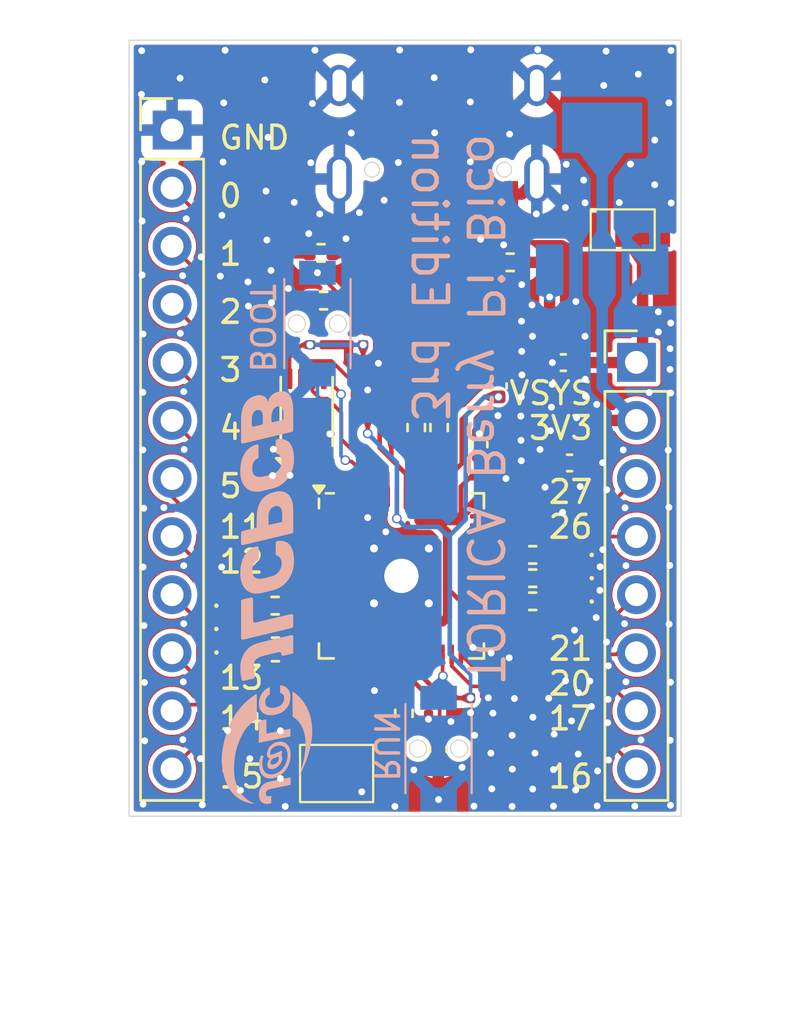
<source format=kicad_pcb>
(kicad_pcb (version 20241229) (generator "pcbnew") (generator_version "9.0")
  (layers (0 "F.Cu" signal) (2 "B.Cu" signal) (13 "F.Paste" user) (15 "B.Paste" user) (5 "F.SilkS" user "F.Silkscreen") (7 "B.SilkS" user "B.Silkscreen") (1 "F.Mask" user) (3 "B.Mask" user) (25 "Edge.Cuts" user))
  (net 0 "")
  (net 1 "+3V3")
  (net 2 "GND")
  (net 3 "+1V1")
  (net 4 "/XIN")
  (net 5 "Net-(C15-Pad2)")
  (net 6 "/VSYS")
  (net 8 "/VBUS")
  (net 9 "/USB_D-")
  (net 10 "/USB_D+")
  (net 11 "Net-(J1-CC2)")
  (net 12 "Net-(J1-CC1)")
  (net 13 "/GPIO23")
  (net 14 "/GPIO17")
  (net 17 "Net-(R3-Pad1)")
  (net 18 "/GPIO26_ADC0")
  (net 19 "/GPIO24")
  (net 20 "/GPIO21")
  (net 21 "/GPIO20")
  (net 22 "/GPIO22")
  (net 23 "/GPIO27_ADC1")
  (net 24 "/GPIO16")
  (net 26 "/GPIO5")
  (net 27 "/GPIO10")
  (net 29 "/GPIO2")
  (net 31 "/GPIO3")
  (net 32 "/GPIO11")
  (net 33 "/GPIO1")
  (net 34 "/GPIO15")
  (net 35 "/GPIO0")
  (net 36 "/GPIO13")
  (net 37 "/GPIO4")
  (net 38 "/GPIO8")
  (net 39 "/GPIO9")
  (net 40 "/GPIO12")
  (net 41 "Net-(U1-USB_DP)")
  (net 42 "Net-(U1-USB_DM)")
  (net 43 "/XOUT")
  (net 44 "/QSPI_SS")
  (net 45 "/RUN")
  (net 47 "/QSPI_SD0")
  (net 48 "/QSPI_SD3")
  (net 49 "/QSPI_SD1")
  (net 51 "/QSPI_SD2")
  (net 52 "/QSPI_SCLK")
  (net 54 "Net-(D1-A)")
  (net 55 "Net-(D2-A)")
  (net 56 "Net-(D3-A)")
  (net 57 "Net-(D4-A)")
  (net 58 "Net-(D5-A)")
  (net 59 "Net-(D6-A)")
  (net 60 "/GPIO14")
  (footprint "Capacitor_SMD:C_0402_1005Metric" (layer "F.Cu") (at 114.66 48.88 -90)
    (property "Reference" "C3" (hide yes))
    (property "Value" "1u")
  )
  (footprint "Capacitor_SMD:C_0201_0603Metric" (layer "F.Cu") (at 108.42 47.08)
    (property "Reference" "C4" (hide yes))
    (property "Value" "100n")
  )
  (footprint "Resistor_SMD:R_0402_1005Metric" (layer "F.Cu") (at 104.9 60.54 180)
    (property "Reference" "R5" (hide yes))
    (property "Value" "470")
  )
  (footprint "LED_SMD:LED_0201_0603Metric" (layer "F.Cu") (at 103.18 60.54)
    (property "Reference" "D1" (hide yes))
    (property "Value" "LED")
  )
  (footprint "Capacitor_SMD:C_0402_1005Metric" (layer "F.Cu") (at 113.815589 51.45 -90)
    (property "Reference" "C5" (hide yes))
    (property "Value" "1u")
  )
  (footprint "Package_DFN_QFN:QFN-56-1EP_7x7mm_P0.4mm_EP3.2x3.2mm" (layer "F.Cu") (at 110.415589 57.187279)
    (property "Reference" "U1" (hide yes))
    (property "Value" "RP2040")
  )
  (footprint "Connector_PinHeader_2.54mm:PinHeader_1x08_P2.54mm_Vertical" (layer "F.Cu") (at 120.7 47.85)
    (property "Reference" "J2" (hide yes))
    (property "Value" "Conn_01x08_Socket")
  )
  (footprint "Capacitor_SMD:C_0201_0603Metric" (layer "F.Cu") (at 110.2 65.355 90)
    (property "Reference" "C15" (hide yes))
    (property "Value" "15p")
  )
  (footprint "Resistor_SMD:R_0402_1005Metric" (layer "F.Cu") (at 112.065589 50.7 -90)
    (property "Reference" "R2" (hide yes))
    (property "Value" "27")
  )
  (footprint "Resistor_SMD:R_0402_1005Metric" (layer "F.Cu") (at 104.89 58.49 180)
    (property "Reference" "R6" (hide yes))
    (property "Value" "470")
  )
  (footprint "Capacitor_SMD:C_0201_0603Metric" (layer "F.Cu") (at 108.68 63.395 -90)
    (property "Reference" "C14" (hide yes))
    (property "Value" "15p")
  )
  (footprint "Resistor_SMD:R_0402_1005Metric" (layer "F.Cu") (at 111.065589 50.7 -90)
    (property "Reference" "R1" (hide yes))
    (property "Value" "27")
  )
  (footprint "RaspberryPiBico:Schottly new SBR2U30P1" (layer "F.Cu") (at 119.92 41.97)
    (property "Reference" "D7" (hide yes))
    (property "Value" "D_Schottky" (hide yes))
  )
  (footprint "RaspberryPiBico:12MHz" (layer "F.Cu") (at 107.58 65.83 180)
    (property "Reference" "Y1" (hide yes))
    (property "Value" "Crystal_GND24")
  )
  (footprint "Resistor_SMD:R_0402_1005Metric" (layer "F.Cu") (at 116.16 58.3)
    (property "Reference" "R8" (hide yes))
    (property "Value" "470")
  )
  (footprint "Capacitor_SMD:C_0201_0603Metric" (layer "F.Cu") (at 116.73 59.19 180)
    (property "Reference" "C7" (hide yes))
    (property "Value" "100n")
  )
  (footprint "Resistor_SMD:R_0402_1005Metric" (layer "F.Cu") (at 107.01 45.15 180)
    (property "Reference" "R3" (hide yes))
    (property "Value" "1k")
  )
  (footprint "LED_SMD:LED_0201_0603Metric" (layer "F.Cu") (at 103.175 59.51)
    (property "Reference" "D3" (hide yes))
    (property "Value" "LED")
  )
  (footprint "Resistor_SMD:R_0402_1005Metric" (layer "F.Cu") (at 115.175 43.475)
    (property "Reference" "R11" (hide yes))
    (property "Value" "5.1k")
  )
  (footprint "Package_SON:Winbond_USON-8-1EP_3x2mm_P0.5mm_EP0.2x1.6mm" (layer "F.Cu") (at 106.27 49.995 90)
    (property "Reference" "U2" (hide yes))
    (property "Value" "~")
  )
  (footprint "Capacitor_SMD:C_0201_0603Metric" (layer "F.Cu") (at 110 50.88 90)
    (property "Reference" "C11" (hide yes))
    (property "Value" "100n")
  )
  (footprint "Capacitor_SMD:C_0201_0603Metric" (layer "F.Cu") (at 113.44 62.85 90)
    (property "Reference" "C2" (hide yes))
    (property "Value" "100n")
  )
  (footprint "Capacitor_SMD:C_0201_0603Metric" (layer "F.Cu") (at 116.165589 54.287279 180)
    (property "Reference" "C6" (hide yes))
    (property "Value" "100n")
  )
  (footprint "LED_SMD:LED_0201_0603Metric" (layer "F.Cu") (at 117.885 58.31 180)
    (property "Reference" "D4" (hide yes))
    (property "Value" "LED")
  )
  (footprint "Resistor_SMD:R_0402_1005Metric" (layer "F.Cu") (at 116.16 56.27)
    (property "Reference" "R10" (hide yes))
    (property "Value" "470")
  )
  (footprint "Capacitor_SMD:C_0201_0603Metric" (layer "F.Cu") (at 105.54 53.115 90)
    (property "Reference" "C10" (hide yes))
    (property "Value" "100n")
  )
  (footprint "RaspberryPiBico:Type-C" (layer "F.Cu") (at 112.02 37.74 180)
    (property "Reference" "J1" (hide yes))
    (property "Value" "USB_C_Receptacle" (hide yes))
    (fp_circle (center 2.89 -1.68) (end 3.215 -1.68) (stroke (width 0.05)) (fill no) (layer "Edge.Cuts"))
    (fp_circle (center -2.89 -1.68) (end -2.565 -1.68) (stroke (width 0.05)) (fill no) (layer "Edge.Cuts"))
  )
  (footprint "Capacitor_SMD:C_0402_1005Metric" (layer "F.Cu") (at 117.775 52.25)
    (property "Reference" "C18" (hide yes))
    (property "Value" "10u")
  )
  (footprint "LED_SMD:LED_0201_0603Metric" (layer "F.Cu") (at 117.885 56.27 180)
    (property "Reference" "D6" (hide yes))
    (property "Value" "LED")
  )
  (footprint "Capacitor_SMD:C_0402_1005Metric" (layer "F.Cu") (at 112.03 64.77 -90)
    (property "Reference" "C16" (hide yes))
    (property "Value" "10u")
  )
  (footprint "Connector_PinHeader_2.54mm:PinHeader_1x12_P2.54mm_Vertical" (layer "F.Cu") (at 100.38 37.69)
    (property "Reference" "J3" (hide yes))
    (property "Value" "Conn_01x12_Socket")
  )
  (footprint "Resistor_SMD:R_0402_1005Metric" (layer "F.Cu") (at 106.900589 43.062279 180)
    (property "Reference" "R12" (hide yes))
    (property "Value" "5.1k")
  )
  (footprint "Capacitor_SMD:C_0201_0603Metric" (layer "F.Cu") (at 106.74 47.08)
    (property "Reference" "C13" (hide yes))
    (property "Value" "100n")
  )
  (footprint "Capacitor_SMD:C_0201_0603Metric" (layer "F.Cu") (at 111.6 62.955 90)
    (property "Reference" "C8" (hide yes))
    (property "Value" "100n")
  )
  (footprint "Resistor_SMD:R_0402_1005Metric" (layer "F.Cu") (at 104.9 59.51 180)
    (property "Reference" "R7" (hide yes))
    (property "Value" "470")
  )
  (footprint "Capacitor_SMD:C_0201_0603Metric" (layer "F.Cu") (at 108.940589 49.937279 -90)
    (property "Reference" "C1" (hide yes))
    (property "Value" "100n")
  )
  (footprint "Capacitor_SMD:C_0201_0603Metric" (layer "F.Cu") (at 103.175 57.65)
    (property "Reference" "C9" (hide yes))
    (property "Value" "100n")
  )
  (footprint "LED_SMD:LED_0201_0603Metric" (layer "F.Cu") (at 103.175 58.49)
    (property "Reference" "D2" (hide yes))
    (property "Value" "LED")
  )
  (footprint "Resistor_SMD:R_0402_1005Metric" (layer "F.Cu") (at 116.16 57.29)
    (property "Reference" "R9" (hide yes))
    (property "Value" "470")
  )
  (footprint "LED_SMD:LED_0201_0603Metric" (layer "F.Cu") (at 117.885 57.29 180)
    (property "Reference" "D5" (hide yes))
    (property "Value" "LED")
  )
  (footprint "Capacitor_SMD:C_0201_0603Metric" (layer "F.Cu") (at 114.625 51.45 -90)
    (property "Reference" "C12" (hide yes))
    (property "Value" "100n")
  )
  (footprint "Capacitor_SMD:C_0402_1005Metric" (layer "F.Cu") (at 117.5 47.86 180)
    (property "Reference" "C17" (hide yes))
    (property "Value" "10u")
  )
  (footprint "Resistor_SMD:R_0402_1005Metric" (layer "F.Cu") (at 110.525 63.2 90)
    (property "Reference" "R4" (hide yes))
    (property "Value" "1k")
  )
  (footprint "RaspberryPiBico:Tactil Switch" (layer "B.Cu") (at 106.74 46.155)
    (property "Reference" "SW2" (hide yes))
    (property "Value" "SW_Push")
    (fp_circle (center -0.9 0) (end -0.525 0) (stroke (width 0.05)) (fill no) (layer "Edge.Cuts"))
    (fp_circle (center 0.9 0) (end 1.275 0) (stroke (width 0.05)) (fill no) (layer "Edge.Cuts"))
  )
  (footprint "RaspberryPiBico:JLCPCB(20mm)" (layer "B.Cu") (at 104.52 58.14 90)
    (property "Reference" "G***" (hide yes))
    (property "Value" "LOGO" (hide yes))
  )
  (footprint "RaspberryPiBico:Tactil Switch" (layer "B.Cu") (at 112.04 64.745 180)
    (property "Reference" "SW1" (hide yes))
    (property "Value" "SW_Push" (hide yes))
    (fp_circle (center 0.9 0) (end 1.275 0) (stroke (width 0.05)) (fill no) (layer "Edge.Cuts"))
    (fp_circle (center -0.9 0) (end -0.525 0) (stroke (width 0.05)) (fill no) (layer "Edge.Cuts"))
  )
  (footprint "RaspberryPiBico:3pin regulator" (layer "B.Cu") (at 119.2 40.59 180)
    (property "Reference" "U3" (hide yes))
    (property "Value" "NCP1117-3.3_TO252" (hide yes))
  )
  (gr_rect (start 98.5 33.76) (end 122.65 67.7) (stroke (width 0.05)) (fill no) (layer "Edge.Cuts"))
  (gr_text "12" (at 102.362 57.15 0) (layer "F.SilkS") (effects (font (size 1 1) (thickness 0.153)) (justify left bottom)))
  (gr_text "14" (at 102.362 64.008 0) (layer "F.SilkS") (effects (font (size 1 1) (thickness 0.153)) (justify left bottom)))
  (gr_text "16" (at 118.872 66.548 0) (layer "F.SilkS") (effects (font (size 1 1) (thickness 0.153)) (justify right bottom)))
  (gr_text "26" (at 118.872 55.626 0) (layer "F.SilkS") (effects (font (size 1 1) (thickness 0.153)) (justify right bottom)))
  (gr_text "GND" (at 102.362 38.608 0) (layer "F.SilkS") (effects (font (size 1 1) (thickness 0.153)) (justify left bottom)))
  (gr_text "VSYS" (at 118.872 49.784 0) (layer "F.SilkS") (effects (font (size 1 1) (thickness 0.153)) (justify right bottom)))
  (gr_text "3V3" (at 118.872 51.308 0) (layer "F.SilkS") (effects (font (size 1 1) (thickness 0.153)) (justify right bottom)))
  (gr_text "1" (at 102.362 43.688 0) (layer "F.SilkS") (effects (font (size 1 1) (thickness 0.153)) (justify left bottom)))
  (gr_text "20" (at 118.872 62.484 0) (layer "F.SilkS") (effects (font (size 1 1) (thickness 0.153)) (justify right bottom)))
  (gr_text "4" (at 102.362 51.308 0) (layer "F.SilkS") (effects (font (size 1 1) (thickness 0.153)) (justify left bottom)))
  (gr_text "21" (at 118.872 60.96 0) (layer "F.SilkS") (effects (font (size 1 1) (thickness 0.153)) (justify right bottom)))
  (gr_text "11" (at 102.362 55.626 0) (layer "F.SilkS") (effects (font (size 1 1) (thickness 0.153)) (justify left bottom)))
  (gr_text "17" (at 118.872 64.008 0) (layer "F.SilkS") (effects (font (size 1 1) (thickness 0.153)) (justify right bottom)))
  (gr_text "5" (at 102.362 53.848 0) (layer "F.SilkS") (effects (font (size 1 1) (thickness 0.153)) (justify left bottom)))
  (gr_text "13" (at 102.362 62.23 0) (layer "F.SilkS") (effects (font (size 1 1) (thickness 0.153)) (justify left bottom)))
  (gr_text "3" (at 102.362 48.768 0) (layer "F.SilkS") (effects (font (size 1 1) (thickness 0.153)) (justify left bottom)))
  (gr_text "0" (at 102.362 41.148 0) (layer "F.SilkS") (effects (font (size 1 1) (thickness 0.153)) (justify left bottom)))
  (gr_text "15" (at 102.362 66.548 0) (layer "F.SilkS") (effects (font (size 1 1) (thickness 0.153)) (justify left bottom)))
  (gr_text "2" (at 102.362 46.228 0) (layer "F.SilkS") (effects (font (size 1 1) (thickness 0.153)) (justify left bottom)))
  (gr_text "27" (at 118.872 54.102 0) (layer "F.SilkS") (effects (font (size 1 1) (thickness 0.153)) (justify right bottom)))
  (gr_text "RUN" (at 109.16 66.27 -90) (layer "B.SilkS") (effects (font (size 1 1) (thickness 0.153)) (justify left bottom mirror)))
  (gr_text "TORICA Berry Pi Bico\n3rd Edition" (at 110.76 37.71 270) (layer "B.SilkS") (effects (font (size 1.5 1.5) (thickness 0.2)) (justify right bottom mirror)))
  (gr_text "BOOT" (at 103.73 48.38 -90) (layer "B.SilkS") (effects (font (size 1 1) (thickness 0.153)) (justify left bottom mirror)))
  (segment (start 110.615589 59.715589) (end 110.1 59.2) (width 0.2) (layer "F.Cu") (net 1))
  (segment (start 112.43 55.305) (end 111.9 54.775) (width 0.4) (layer "F.Cu") (net 1))
  (segment (start 110.615589 61.475589) (end 111.6 62.46) (width 0.2) (layer "F.Cu") (net 1))
  (segment (start 109.464589 51.58) (end 110.4 52.515411) (width 0.2) (layer "F.Cu") (net 1))
  (segment (start 105.54 53.435) (end 105.54 53.57) (width 0.16) (layer "F.Cu") (net 1))
  (segment (start 112.43 58.99) (end 112.43 57.725) (width 0.4) (layer "F.Cu") (net 1))
  (segment (start 106.07 47.08) (end 106.42 47.08) (width 0.16) (layer "F.Cu") (net 1))
  (segment (start 110.615589 60.624779) (end 110.615589 61.475589) (width 0.2) (layer "F.Cu") (net 1))
  (segment (start 110.1 59.2) (end 112.22 59.2) (width 0.4) (layer "F.Cu") (net 1))
  (segment (start 117.295 52.045) (end 118.95 50.39) (width 0.5) (layer "F.Cu") (net 1))
  (segment (start 108.375 54.95) (end 108.012279 54.587279) (width 0.4) (layer "F.Cu") (net 1))
  (segment (start 111.9 54.775) (end 111.18 54.775) (width 0.4) (layer "F.Cu") (net 1))
  (segment (start 106.42 47.08) (end 106.4175 47.08) (width 0.16) (layer "F.Cu") (net 1))
  (segment (start 114.912721 54.287279) (end 115.845589 54.287279) (width 0.2) (layer "F.Cu") (net 1))
  (segment (start 112.43 57.725) (end 112.43 55.305) (width 0.4) (layer "F.Cu") (net 1))
  (segment (start 111.015589 53.131) (end 110.615589 52.731) (width 0.2) (layer "F.Cu") (net 1))
  (segment (start 117.295 52.25) (end 117.295 52.045) (width 0.5) (layer "F.Cu") (net 1))
  (segment (start 108.74 48.05) (end 109.464589 48.774589) (width 0.2) (layer "F.Cu") (net 1))
  (segment (start 115.575 53.625) (end 115.575 53.575) (width 0.2) (layer "F.Cu") (net 1))
  (segment (start 105.52 47.63) (end 106.07 47.08) (width 0.16) (layer "F.Cu") (net 1))
  (segment (start 106.437279 58.187279) (end 106.978089 58.187279) (width 0.16) (layer "F.Cu") (net 1))
  (segment (start 108.375 57.75) (end 108.375 54.95) (width 0.4) (layer "F.Cu") (net 1))
  (segment (start 110 51.2) (end 109.975 51.225) (width 0.2) (layer "F.Cu") (net 1))
  (segment (start 105.52 48.57) (end 105.52 47.63) (width 0.16) (layer "F.Cu") (net 1))
  (segment (start 108.012279 54.587279) (end 106.978089 54.587279) (width 0.2) (layer "F.Cu") (net 1))
  (segment (start 111.9 54.775) (end 112.3 54.775) (width 0.4) (layer "F.Cu") (net 1))
  (segment (start 112.615589 54.459411) (end 112.3 54.775) (width 0.2) (layer "F.Cu") (net 1))
  (segment (start 112.43 57.73) (end 112.43 57.725) (width 0.2) (layer "F.Cu") (net 1))
  (segment (start 114.912721 54.287279) (end 115.575 53.625) (width 0.2) (layer "F.Cu") (net 1))
  (segment (start 113.015589 54.584411) (end 113.0125 54.5875) (width 0.2) (layer "F.Cu") (net 1))
  (segment (start 115.595 53.455) (end 115.475 53.575) (width 0.4) (layer "F.Cu") (net 1))
  (segment (start 110.615589 60.624779) (end 110.615589 59.715589) (width 0.2) (layer "F.Cu") (net 1))
  (segment (start 114.612721 54.587279) (end 114.912721 54.287279) (width 0.2) (layer "F.Cu") (net 1))
  (segment (start 113.015589 53.749779) (end 113.015589 54.584411) (width 0.2) (layer "F.Cu") (net 1))
  (segment (start 114.625225 58.187279) (end 115.627946 59.19) (width 0.16) (layer "F.Cu") (net 1))
  (segment (start 113.853089 54.587279) (end 114.612721 54.587279) (width 0.2) (layer "F.Cu") (net 1))
  (segment (start 110.615589 54.205589) (end 110.615589 53.749779) (width 0.2) (layer "F.Cu") (net 1))
  (segment (start 115.627946 59.19) (end 116.41 59.19) (width 0.16) (layer "F.Cu") (net 1))
  (segment (start 111.18 54.77) (end 110.615589 54.205589) (width 0.2) (layer "F.Cu") (net 1))
  (segment (start 113.853089 58.187279) (end 112.887279 58.187279) (width 0.2) (layer "F.Cu") (net 1))
  (segment (start 113.015589 53.749779) (end 113.015589 53.284411) (width 0.2) (layer "F.Cu") (net 1))
  (segment (start 114.625 52.515) (end 114.625 51.762279) (width 0.2) (layer "F.Cu") (net 1))
  (segment (start 108.62 59.2) (end 110.1 59.2) (width 0.4) (layer "F.Cu") (net 1))
  (segment (start 108.375 57.75) (end 108.375 58.955) (width 0.4) (layer "F.Cu") (net 1))
  (segment (start 105.9 57.65) (end 106.437279 58.187279) (width 0.16) (layer "F.Cu") (net 1))
  (segment (start 113.815589 52.484411) (end 113.815589 51.93) (width 0.2) (layer "F.Cu") (net 1))
  (segment (start 113.38 52.92) (end 114.22 52.92) (width 0.2) (layer "F.Cu") (net 1))
  (segment (start 115.475 53.575) (end 114.025 53.575) (width 0.4) (layer "F.Cu") (net 1))
  (segment (start 113.015589 53.284411) (end 113.38 52.92) (width 0.2) (layer "F.Cu") (net 1))
  (segment (start 108.375 57.75) (end 107.937721 58.187279) (width 0.2) (layer "F.Cu") (net 1))
  (segment (start 113.012721 54.587279) (end 113.0125 54.5875) (width 0.2) (layer "F.Cu") (net 1))
  (segment (start 108.375 58.955) (end 108.62 59.2) (width 0.4) (layer "F.Cu") (net 1))
  (segment (start 111.015589 53.749779) (end 111.015589 53.131) (width 0.2) (layer "F.Cu") (net 1))
  (segment (start 114.22 52.92) (end 114.625 52.515) (width 0.2) (layer "F.Cu") (net 1))
  (segment (start 109.975 51.225) (end 109.975 52.090411) (width 0.2) (layer "F.Cu") (net 1))
  (segment (start 110.615589 52.731) (end 110.4 52.515411) (width 0.2) (layer "F.Cu") (net 1))
  (segment (start 118.95 50.39) (end 120.7 50.39) (width 0.5) (layer "F.Cu") (net 1))
  (segment (start 103.495 57.65) (end 105.9 57.65) (width 0.16) (layer "F.Cu") (net 1))
  (segment (start 115.595 53.455) (end 116.8 52.25) (width 0.4) (layer "F.Cu") (net 1))
  (segment (start 111.731586 62.635) (end 112.09 62.993414) (width 0.16) (layer "F.Cu") (net 1))
  (segment (start 112.3 54.775) (end 112.825 54.775) (width 0.4) (layer "F.Cu") (net 1))
  (segment (start 111.6 62.635) (end 111.731586 62.635) (width 0.16) (layer "F.Cu") (net 1))
  (segment (start 113.015589 54.584411) (end 112.825 54.775) (width 0.2) (layer "F.Cu") (net 1))
  (segment (start 114.025 53.575) (end 113.0125 54.5875) (width 0.4) (layer "F.Cu") (net 1))
  (segment (start 105.54 53.57) (end 106.557279 54.587279) (width 0.16) (layer "F.Cu") (net 1))
  (segment (start 112.615589 53.749779) (end 112.615589 54.459411) (width 0.2) (layer "F.Cu") (net 1))
  (segment (start 113.38 52.92) (end 113.815589 52.484411) (width 0.2) (layer "F.Cu") (net 1))
  (segment (start 112.825 54.775) (end 113.0125 54.5875) (width 0.4) (layer "F.Cu") (net 1))
  (segment (start 108.74 47.08) (end 108.74 48.05) (width 0.2) (layer "F.Cu") (net 1))
  (segment (start 106.557279 54.587279) (end 106.978089 54.587279) (width 0.16) (layer "F.Cu") (net 1))
  (segment (start 110.615589 53.749779) (end 110.615589 52.731) (width 0.2) (layer "F.Cu") (net 1))
  (segment (start 109.464589 48.774589) (end 109.464589 51.58) (width 0.2) (layer "F.Cu") (net 1))
  (segment (start 113.853089 58.187279) (end 114.625225 58.187279) (width 0.16) (layer "F.Cu") (net 1))
  (segment (start 107.937721 58.187279) (end 106.978089 58.187279) (width 0.2) (layer "F.Cu") (net 1))
  (segment (start 111.18 54.775) (end 111.18 54.77) (width 0.2) (layer "F.Cu") (net 1))
  (segment (start 111.6 62.46) (end 111.6 62.635) (width 0.2) (layer "F.Cu") (net 1))
  (segment (start 112.09 62.993414) (end 112.09 64.28) (width 0.16) (layer "F.Cu") (net 1))
  (segment (start 112.887279 58.187279) (end 112.43 57.73) (width 0.2) (layer "F.Cu") (net 1))
  (segment (start 109.975 52.090411) (end 110.4 52.515411) (width 0.2) (layer "F.Cu") (net 1))
  (segment (start 116.8 52.25) (end 117.295 52.25) (width 0.4) (layer "F.Cu") (net 1))
  (segment (start 112.22 59.2) (end 112.43 58.99) (width 0.4) (layer "F.Cu") (net 1))
  (via (at 106.4175 47.08) (size 0.425) (drill 0.3) (layers "F.Cu" "B.Cu") (net 1))
  (via (at 108.7425 47.08) (size 0.425) (drill 0.3) (layers "F.Cu" "B.Cu") (net 1))
  (segment (start 106.4175 47.08) (end 108.7425 47.08) (width 0.2) (layer "B.Cu") (net 1))
  (segment (start 119.2 43.79) (end 119.2 37.59) (width 0.5) (layer "B.Cu") (net 1))
  (segment (start 119.2 43.79) (end 119.2 48.89) (width 0.5) (layer "B.Cu") (net 1))
  (segment (start 119.2 48.89) (end 120.7 50.39) (width 0.5) (layer "B.Cu") (net 1))
  (segment (start 110.2 65.675) (end 110.96 65.675) (width 0.3) (layer "F.Cu") (net 2))
  (segment (start 108.68 62.76) (end 108.68 63.075) (width 0.2) (layer "F.Cu") (net 2))
  (segment (start 108.940589 48.860057) (end 108.940589 49.617279) (width 0.16) (layer "F.Cu") (net 2))
  (segment (start 114.465 50.97) (end 114.625 51.13) (width 0.2) (layer "F.Cu") (net 2))
  (segment (start 106.75331 39.83) (end 107.7 39.83) (width 0.3) (layer "F.Cu") (net 2))
  (segment (start 114.66 48.07) (end 114.66 48.4) (width 0.5) (layer "F.Cu") (net 2))
  (segment (start 102.855 58.49) (end 102.855 57.65) (width 0.16) (layer "F.Cu") (net 2))
  (segment (start 117.05 59.19) (end 117.524999 59.19) (width 0.16) (layer "F.Cu") (net 2))
  (segment (start 108.1 48.019468) (end 108.940589 48.860057) (width 0.16) (layer "F.Cu") (net 2))
  (segment (start 109.235 62.205) (end 108.68 62.76) (width 0.2) (layer "F.Cu") (net 2))
  (segment (start 114.625 51.13) (end 115.19 51.13) (width 0.2) (layer "F.Cu") (net 2))
  (segment (start 115.68 40.49) (end 116.34 39.83) (width 0.5) (layer "F.Cu") (net 2))
  (segment (start 115.19 51.13) (end 115.53 50.79) (width 0.2) (layer "F.Cu") (net 2))
  (segment (start 105.725 42.825) (end 105.962279 43.062279) (width 0.3) (layer "F.Cu") (net 2))
  (segment (start 118.205 58.509999) (end 118.205 58.31) (width 0.16) (layer "F.Cu") (net 2))
  (segment (start 109.415589 62.024411) (end 109.235 62.205) (width 0.2) (layer "F.Cu") (net 2))
  (segment (start 108.68 63.075) (end 108.205 63.075) (width 0.2) (layer "F.Cu") (net 2))
  (segment (start 112.03 66.96) (end 112.04 66.97) (width 0.3) (layer "F.Cu") (net 2))
  (segment (start 110.96 65.675) (end 111.605 65.675) (width 0.3) (layer "F.Cu") (net 2))
  (segment (start 105.725 40.852868) (end 105.725 42.825) (width 0.3) (layer "F.Cu") (net 2))
  (segment (start 107.06 47.08) (end 108.1 47.08) (width 0.16) (layer "F.Cu") (net 2))
  (segment (start 107.02 51.24) (end 107.28 50.98) (width 0.16) (layer "F.Cu") (net 2))
  (segment (start 118.205 58.31) (end 118.205 57.29) (width 0.16) (layer "F.Cu") (net 2))
  (segment (start 106.48 64.8) (end 106.48 65.03) (width 0.2) (layer "F.Cu") (net 2))
  (segment (start 114.87 47.86) (end 114.66 48.07) (width 0.5) (layer "F.Cu") (net 2))
  (segment (start 102.86 59.515) (end 102.855 59.51) (width 0.16) (layer "F.Cu") (net 2))
  (segment (start 109.83 66.63) (end 110.2 66.26) (width 0.3) (layer "F.Cu") (net 2))
  (segment (start 108.205 63.075) (end 106.48 64.8) (width 0.2) (layer "F.Cu") (net 2))
  (segment (start 102.86 60.54) (end 102.86 59.515) (width 0.16) (layer "F.Cu") (net 2))
  (segment (start 102.855 57.65) (end 102.855 57.105) (width 0.16) (layer "F.Cu") (net 2))
  (segment (start 102.855 59.51) (end 102.855 58.49) (width 0.16) (layer "F.Cu") (net 2))
  (segment (start 117.02 47.86) (end 114.87 47.86) (width 0.5) (layer "F.Cu") (net 2))
  (segment (start 110.2 66.26) (end 110.2 65.675) (width 0.3) (layer "F.Cu") (net 2))
  (segment (start 111.6 63.455002) (end 111.5975 63.457502) (width 0.16) (layer "F.Cu") (net 2))
  (segment (start 110 48.48) (end 109.41 47.89) (width 0.16) (layer "F.Cu") (net 2))
  (segment (start 106.750589 39.827279) (end 106.75331 39.83) (width 0.3) (layer "F.Cu") (net 2))
  (segment (start 118.205 57.29) (end 118.205 56.27) (width 0.16) (layer "F.Cu") (net 2))
  (segment (start 109.415589 60.624779) (end 109.415589 62.024411) (width 0.2) (layer "F.Cu") (net 2))
  (segment (start 108.68 66.63) (end 109.83 66.63) (width 0.3) (layer "F.Cu") (net 2))
  (segment (start 115.37 40.49) (end 115.68 40.49) (width 0.5) (layer "F.Cu") (net 2))
  (segment (start 108.1 47.08) (end 108.1 48.019468) (width 0.16) (layer "F.Cu") (net 2))
  (segment (start 106.750589 39.827279) (end 105.725 40.852868) (width 0.3) (layer "F.Cu") (net 2))
  (segment (start 113.82 50.97) (end 114.465 50.97) (width 0.2) (layer "F.Cu") (net 2))
  (segment (start 107.02 51.42) (end 107.02 51.24) (width 0.16) (layer "F.Cu") (net 2))
  (segment (start 111.605 65.675) (end 112.03 65.25) (width 0.3) (layer "F.Cu") (net 2))
  (segment (start 102.855 57.105) (end 102.55 56.8) (width 0.16) (layer "F.Cu") (net 2))
  (segment (start 117.524999 59.19) (end 118.205 58.509999) (width 0.16) (layer "F.Cu") (net 2))
  (segment (start 110 50.56) (end 110 48.48) (width 0.16) (layer "F.Cu") (net 2))
  (segment (start 111.6 63.275) (end 111.6 63.455002) (width 0.16) (layer "F.Cu") (net 2))
  (segment (start 106.48 65.03) (end 106.48 64.728708) (width 0.4) (layer "F.Cu") (net 2))
  (segment (start 105.962279 43.062279) (end 106.390589 43.062279) (width 0.3) (layer "F.Cu") (net 2))
  (segment (start 112.03 65.25) (end 112.03 66.96) (width 0.3) (layer "F.Cu") (net 2))
  (segment (start 113.815589 50.97) (end 113.82 50.97) (width 0.2) (layer "F.Cu") (net 2))
  (via (at 108.940589 49.06) (size 0.425) (drill 0.3) (layers "F.Cu" "B.Cu") (net 2))
  (via (at 118.66 61.79) (size 0.425) (drill 0.3) (layers "F.Cu" "B.Cu") (net 2))
  (via (at 120.63 67.26) (size 0.425) (drill 0.3) (layers "F.Cu" "B.Cu") (net 2))
  (via (at 100.85 64.35) (size 0.425) (drill 0.3) (layers "F.Cu" "B.Cu") (net 2))
  (via (at 117.6 61.78) (size 0.425) (drill 0.3) (layers "F.Cu" "B.Cu") (net 2))
  (via (at 121.5 40.08) (size 0.425) (drill 0.3) (layers "F.Cu" "B.Cu") (net 2))
  (via (at 114.37 66.5) (size 0.425) (drill 0.3) (layers "F.Cu" "B.Cu") (net 2))
  (via (at 100.73 35.42) (size 0.425) (drill 0.3) (layers "F.Cu" "B.Cu") (net 2))
  (via (at 118.08 50.27) (size 0.425) (drill 0.3) (layers "F.Cu" "B.Cu") (net 2))
  (via (at 116.86 62.54) (size 0.425) (drill 0.3) (layers "F.Cu" "B.Cu") (net 2))
  (via (at 113.88 42.47) (size 0.425) (drill 0.3) (layers "F.Cu" "B.Cu") (net 2))
  (via (at 115.15 37.87) (size 0.425) (drill 0.3) (layers "F.Cu" "B.Cu") (net 2))
  (via (at 114.89 42.71) (size 0.425) (drill 0.3) (layers "F.Cu" "B.Cu") (net 2))
  (via (at 122.19 67.22) (size 0.425) (drill 0.3) (layers "F.Cu" "B.Cu") (net 2))
  (via (at 101.7 67.2) (size 0.425) (drill 0.3) (layers "F.Cu" "B.Cu") (net 2))
  (via (at 113.07 65.56) (size 0.425) (drill 0.3) (layers "F.Cu" "B.Cu") (net 2))
  (via (at 116.13 45.34) (size 0.425) (drill 0.3) (layers "F.Cu" "B.Cu") (net 2))
  (via (at 100.91 51.66) (size 0.425) (drill 0.3) (layers "F.Cu" "B.Cu") (net 2))
  (via (at 103.7 44.33) (size 0.425) (drill 0.3) (layers "F.Cu" "B.Cu") (net 2))
  (via (at 114.99 52.93) (size 0.425) (drill 0.3) (layers "F.Cu" "B.Cu") (net 2))
  (via (at 118.73 62.9) (size 0.425) (drill 0.3) (layers "F.Cu" "B.Cu") (net 2))
  (via (at 107.99 42.44) (size 0.425) (drill 0.3) (layers "F.Cu" "B.Cu") (net 2))
  (via (at 122.19 61.84) (size 0.425) (drill 0.3) (layers "F.Cu" "B.Cu") (net 2))
  (via (at 109.73 55.26) (size 0.425) (drill 0.3) (layers "F.Cu" "B.Cu") (net 2))
  (via (at 119.27 35.74) (size 0.425) (drill 0.3) (layers "F.Cu" "B.Cu") (net 2))
  (via (at 122.21 34.21) (size 0.425) (drill 0.3) (layers "F.Cu" "B.Cu") (net 2))
  (via (at 99.05 34.22) (size 0.425) (drill 0.3) (layers "F.Cu" "B.Cu") (net 2))
  (via (at 113.62 64.16) (size 0.425) (drill 0.3) (layers "F.Cu" "B.Cu") (net 2))
  (via (at 116.15 46.71) (size 0.425) (drill 0.3) (layers "F.Cu" "B.Cu") (net 2))
  (via (at 108.94 54.64) (size 0.425) (drill 0.3) (layers "F.Cu" "B.Cu") (net 2))
  (via (at 101.65 43.24) (size 0.425) (drill 0.3) (layers "F.Cu" "B.Cu") (net 2))
  (via (at 104.81 51.65) (size 0.425) (drill 0.3) (layers "F.Cu" "B.Cu") (net 2))
  (via (at 118.16 62.3) (size 0.425) (drill 0.3) (layers "F.Cu" "B.Cu") (net 2))
  (via (at 111.5975 63.457502) (size 0.425) (drill 0.3) (layers "F.Cu" "B.Cu") (net 2))
  (via (at 121.5 38.13) (size 0.425) (drill 0.3) (layers "F.Cu" "B.Cu") (net 2))
  (via (at 122.2 46.13) (size 0.425) (drill 0.3) (layers "F.Cu" "B.Cu") (net 2))
  (via (at 102.64 36.5) (size 0.425) (drill 0.3) (layers "F.Cu" "B.Cu") (net 2))
  (via (at 120.24 56.74) (size 0.425) (drill 0.3) (layers "F.Cu" "B.Cu") (net 2))
  (via (at 122.13 59.3) (size 0.425) (drill 0.3) (layers "F.Cu" "B.Cu") (net 2))
  (via (at 116.17 63.37) (size 0.425) (drill 0.3) (layers "F.Cu" "B.Cu") (net 2))
  (via (at 106.63 34.2) (size 0.425) (drill 0.3) (layers "F.Cu" "B.Cu") (net 2))
  (via (at 106.36 42.22) (size 0.425) (drill 0.3) (layers "F.Cu" "B.Cu") (net 2))
  (via (at 119.44 63.61) (size 0.425) (drill 0.3) (layers "F.Cu" "B.Cu") (net 2))
  (via (at 105.12 63.96) (size 0.425) (drill 0.3) (layers "F.Cu" "B.Cu") (net 2))
  (via (at 104.73 45.24) (size 0.425) (drill 0.3) (layers "F.Cu" "B.Cu") (net 2))
  (via (at 119.39 60.08) (size 0.425) (drill 0.3) (layers "F.Cu" "B.Cu") (net 2))
  (via (at 120.24 61.82) (size 0.425) (drill 0.3) (layers "F.Cu" "B.Cu") (net 2))
  (via (at 120.12 51.68) (size 0.425) (drill 0.3) (layers "F.Cu" "B.Cu") (net 2))
  (via (at 101.62 65.18) (size 0.425) (drill 0.3) (layers "F.Cu" "B.Cu") (net 2))
  (via (at 102.49 44.08) (size 0.425) (drill 0.3) (layers "F.Cu" "B.Cu") (net 2))
  (via (at 122.18 64.38) (size 0.425) (drill 0.3) (layers "F.Cu" "B.Cu") (net 2))
  (via (at 99.07 44.03) (size 0.425) (drill 0.3) (layers "F.Cu" "B.Cu") (net 2))
  (via (at 114.33 64.94) (size 0.425) (drill 0.3) (layers "F.Cu" "B.Cu") (net 2))
  (via (at 99.1 49.16) (size 0.425) (drill 0.3) (layers "F.Cu" "B.Cu") (net 2))
  (via (at 119.1 57.82) (size 0.425) (drill 0.3) (layers "F.Cu" "B.Cu") (net 2))
  (via (at 119.47 61.12) (size 0.425) (drill 0.3) (layers "F.Cu" "B.Cu") (net 2))
  (via (at 103.78 65.18) (size 0.425) (drill 0.3) (layers "F.Cu" "B.Cu") (net 2))
  (via (at 100.89 56.74) (size 0.425) (drill 0.3) (layers "F.Cu" "B.Cu") (net 2))
  (via (at 117.63 39.19) (size 0.425) (drill 0.3) (layers "F.Cu" "B.Cu") (net 2))
  (via (at 122.22 40.88) (size 0.425) (drill 0.3) (layers "F.Cu" "B.Cu") (net 2))
  (via (at 117.86 63.53) (size 0.425) (drill 0.3) (layers "F.Cu" "B.Cu") (net 2))
  (via (at 99.1 51.68) (size 0.425) (drill 0.3) (layers "F.Cu" "B.Cu") (net 2))
  (via (at 109.41 47.89) (size 0.425) (drill 0.3) (layers "F.Cu" "B.Cu") (net 2))
  (via (at 100.89 59.28) (size 0.425) (drill 0.3) (layers "F.Cu" "B.Cu") (net 2))
  (via (at 118.46 48.59) (size 0.425) (drill 0.3) (layers "F.Cu" "B.Cu") (net 2))
  (via (at 100.02 54.2) (size 0.425) (drill 0.3) (layers "F.Cu" "B.Cu") (net 2))
  (via (at 99.11 67.17) (size 0.425) (drill 0.3) (layers "F.Cu" "B.Cu") (net 2))
  (via (at 119.11 56.79) (size 0.425) (drill 0.3) (layers "F.Cu" "B.Cu") (net 2))
  (via (at 118.39 39.88) (size 0.425) (drill 0.3) (layers "F.Cu" "B.Cu") (net 2))
  (via (at 115.64 50.2) (size 0.425) (drill 0.3) (layers "F.Cu" "B.Cu") (net 2))
  (via (at 108.58 41.3) (size 0.425) (drill 0.3) (layers "F.Cu" "B.Cu") (net 2))
  (via (at 115.26 67.27) (size 0.425) (drill 0.3) (layers "F.Cu" "B.Cu") (net 2))
  (via (at 118.98 67.25) (size 0.425) (drill 0.3) (layers "F.Cu" "B.Cu") (net 2))
  (via (at 112.5825 63.56) (size 0.425) (drill 0.3) (layers "F.Cu" "B.Cu") (net 2))
  (via (at 116.98 49.81) (size 0.425) (drill 0.3) (layers "F.Cu" "B.Cu") (net 2))
  (via (at 99.11 46.61) (size 0.425) (drill 0.3) (layers "F.Cu" "B.Cu") (net 2))
  (via (at 111.85 35.4) (size 0.425) (drill 0.3) (layers "F.Cu" "B.Cu") (net 2))
  (via (at 116.38 34.1725) (size 0.425) (drill 0.3) (layers "F.Cu" "B.Cu") (net 2))
  (via (at 119.95 40.86) (size 0.425) (drill 0.3) (layers "F.Cu" "B.Cu") (net 2))
  (via (at 109.66 40.76) (size 0.425) (drill 0.3) (layers "F.Cu" "B.Cu") (net 2))
  (via (at 118.24 53.28) (size 0.425) (drill 0.3) (layers "F.Cu" "B.Cu") (net 2))
  (via (at 108.22 37.82) (size 0.425) (drill 0.3) (layers "F.Cu" "B.Cu") (net 2))
  (via (at 117.1 64.11) (size 0.425) (drill 0.3) (layers "F.Cu" "B.Cu") (net 2))
  (via (at 117.01 48.81) (size 0.425) (drill 0.3) (layers "F.Cu" "B.Cu") (net 2))
  (via (at 116.26 64.94) (size 0.425) (drill 0.3) (layers "F.Cu" "B.Cu") (net 2))
  (via (at 113.43 36.46) (size 0.425) (drill 0.3) (layers "F.Cu" "B.Cu") (net 2))
  (via (at 113.82 50.97) (size 0.425) (drill 0.3) (layers "F.Cu" "B.Cu") (net 2))
  (via (at 110.28 39.11) (size 0.425) (drill 0.3) (layers "F.Cu" "B.Cu") (net 2))
  (via (at 115.65 51.26) (size 0.425) (drill 0.3) (layers "F.Cu" "B.Cu") (net 2))
  (via (at 117.59 41.08) (size 0.425) (drill 0.3) (layers "F.Cu" "B.Cu") (net 2))
  (via (at 111.87 37.81) (size 0.425) (drill 0.3) (layers "F.Cu" "B.Cu") (net 2))
  (via (at 121.66 46.52) (size 0.425) (drill 0.3) (layers "F.Cu" "B.Cu") (net 2))
  (via (at 100.74 46.58) (size 0.425) (drill 0.3) (layers "F.Cu" "B.Cu") (net 2))
  (via (at 119.22 52.24) (size 0.425) (drill 0.3) (layers "F.Cu" "B.Cu") (net 2))
  (via (at 110.33 36.48) (size 0.425) (drill 0.3) (layers "F.Cu" "B.Cu") (net 2))
  (via (at 118.45 40.87) (size 0.425) (drill 0.3) (layers "F.Cu" "B.Cu") (net 2))
  (via (at 120.44 39.18) (size 0.425) (drill 0.3) (layers "F.Cu" "B.Cu") (net 2))
  (via (at 116.94 50.84) (size 0.425) (drill 0.3) (layers "F.Cu" "B.Cu") (net 2))
  (via (at 107.28 50.98) (size 0.425) (drill 0.3) (layers "F.Cu" "B.Cu") (net 2))
  (via (at 115.68 47.37) (size 0.425) (drill 0.3) (layers "F.Cu" "B.Cu") (net 2))
  (via (at 99.04 36.13) (size 0.425) (drill 0.3) (layers "F.Cu" "B.Cu") (net 2))
  (via (at 113.59 67.26) (size 0.425) (drill 0.3) (layers "F.Cu" "B.Cu") (net 2))
  (via (at 100.89 49.13) (size 0.425) (drill 0.3) (layers "F.Cu" "B.Cu") (net 2))
  (via (at 119.23 56.04) (size 0.425) (drill 0.3) (layers "F.Cu" "B.Cu") (net 2))
  (via (at 106.45 39.12) (size 0.425) (drill 0.3) (layers "F.Cu" "B.Cu") (net 2))
  (via (at 120.78 35.25) (size 0.425) (drill 0.3) (layers "F.Cu" "B.Cu") (net 2))
  (via (at 114.22 62.52) (size 0.425) (drill 0.3) (layers "F.Cu" "B.Cu") (net 2))
  (via (at 113.54 60.32) (size 0.425) (drill 0.3) (layers "F.Cu" "B.Cu") (net 2))
  (via (at 115.66 49.36) (size 0.425) (drill 0.3) (layers "F.Cu" "B.Cu") (net 2))
  (via (at 117.02 47.86) (size 0.425) (drill 0.3) (layers "F.Cu" "B.Cu") (net 2))
  (via (at 117.07 67.26) (size 0.425) (drill 0.3) (layers "F.Cu" "B.Cu") (net 2))
  (via (at 115.13 60.77) (size 0.425) (drill 0.3) (layers "F.Cu" "B.Cu") (net 2))
  (via (at 99.18 64.4) (size 0.425) (drill 0.3) (layers "F.Cu" "B.Cu") (net 2))
  (via (at 118.96 49.69) (size 0.425) (drill 0.3) (layers "F.Cu" "B.Cu") (net 2))
  (via (at 119.37 34.24) (size 0.425) (drill 0.3) (layers "F.Cu" "B.Cu") (net 2))
  (via (at 121.66 45.64) (size 0.425) (drill 0.3) (layers "F.Cu" "B.Cu") (net 2))
  (via (at 104.44 35.5) (size 0.425) (drill 0.3) (layers "F.Cu" "B.Cu") (net 2))
  (via (at 99.11 56.8) (size 0.425) (drill 0.3) (layers "F.Cu" "B.Cu") (net 2))
  (via (at 122.17 47.25) (size 0.425) (drill 0.3) (layers "F.Cu" "B.Cu") (net 2))
  (via (at 115.27 65.64) (size 0.425) (drill 0.3) (layers "F.Cu" "B.Cu") (net 2))
  (via (at 106.52 36.53) (size 0.425) (drill 0.3) (layers "F.Cu" "B.Cu") (net 2))
  (via (at 104.49 40.36) (size 0.425) (drill 0.3) (layers "F.Cu" "B.Cu") (net 2))
  (via (at 105.725 40.852868) (size 0.425) (drill 0.3) (layers "F.Cu" "B.Cu") (net 2))
  (via (at 115.66 52.15) (size 0.425) (drill 0.3) (layers "F.Cu" "B.Cu") (net 2))
  (via (at 106.84 41.36) (size 0.425) (drill 0.3) (layers "F.Cu" "B.Cu") (net 2))
  (via (at 122.12 36.5) (size 0.425) (drill 0.3) (layers "F.Cu" "B.Cu") (net 2))
  (via (at 102.7 34.2) (size 0.425) (drill 0.3) (layers "F.Cu" "B.Cu") (net 2))
  (via (at 118.47 49.33) (size 0.425) (drill 0.3) (layers "F.Cu" "B.Cu") (net 2))
  (via (at 119.48 65.24) (size 0.425) (drill 0.3) (layers "F.Cu" "B.Cu") (net 2))
  (via (at 118.45 46.71) (size 0.425) (drill 0.3) (layers "F.Cu" "B.Cu") (net 2))
  (via (at 118.94 59.01) (size 0.425) (drill 0.3) (layers "F.Cu" "B.Cu") (net 2))
  (via (at 116.7 53.31) (size 0.425) (drill 0.3) (layers "F.Cu" "B.Cu") (net 2))
  (via (at 118.15 64.98) (size 0.425) (drill 0.3) (layers "F.Cu" "B.Cu") (net 2))
  (via (at 113.44 63.1725) (size 0.425) (drill 0.3) (layers "F.Cu" "B.Cu") (net 2))
  (via (at 104.58 38.01) (size 0.425) (drill 0.3) (layers "F.Cu" "B.Cu") (net 2))
  (via (at 103.37 66.57) (size 0.425) (drill 0.3) (layers "F.Cu" "B.Cu") (net 2))
  (via (at 102.81 63.95) (size 0.425) (drill 0.3) (layers "F.Cu" "B.Cu") (net 2))
  (via (at 114.64 50.18) (size 0.425) (drill 0.3) (layers "F.Cu" "B.Cu") (net 2))
  (via (at 117.99 59.56) (size 0.425) (drill 0.3) (layers "F.Cu" "B.Cu") (net 2))
  (via (at 113.43 39.08) (size 0.425) (drill 0.3) (layers "F.Cu" "B.Cu") (net 2))
  (via (at 99.15 59.36) (size 0.425) (drill 0.3) (layers "F.Cu" "B.Cu") (net 2))
  (via (at 99.07 41.67) (size 0.425) (drill 0.3) (layers "F.Cu" "B.Cu") (net 2))
  (via (at 120.9 64.36) (size 0.425) (drill 0.3) (layers "F.Cu" "B.Cu") (net 2))
  (via (at 118.05 45.19) (size 0.425) (drill 0.3) (layers "F.Cu" "B.Cu") (net 2))
  (via (at 119 65.72) (size 0.425) (drill 0.3) (layers "F.Cu" "B.Cu") (net 2))
  (via (at 110.13 67.27) (size 0.425) (drill 0.3) (layers "F.Cu" "B.Cu") (net 2))
  (via (at 115.36 62.55) (size 0.425) (drill 0.3) (layers "F.Cu" "B.Cu") (net 2))
  (via (at 104.53 42.5) (size 0.425) (drill 0.3) (layers "F.Cu" "B.Cu") (net 2))
  (via (at 118.04 66.55) (size 0.425) (drill 0.3) (layers "F.Cu" "B.Cu") (net 2))
  (via (at 99.05 39.08) (size 0.425) (drill 0.3) (layers "F.Cu" "B.Cu") (net 2))
  (via (at 120.2 54.21) (size 0.425) (drill 0.3) (layers "F.Cu" "B.Cu") (net 2))
  (via (at 102.61 39.09) (size 0.425) (drill 0.3) (layers "F.Cu" "B.Cu") (net 2))
  (via (at 100.84 44.06) (size 0.425) (drill 0.3) (layers "F.Cu" "B.Cu") (net 2))
  (via (at 114.42 63.19) (size 0.425) (drill 0.3) (layers "F.Cu" "B.Cu") (net 2))
  (via (at 102.55 56.8) (size 0.425) (drill 0.3) (layers "F.Cu" "B.Cu") (net 2))
  (via (at 108.68 66.63) (size 0.425) (drill 0.3) (layers "F.Cu" "B.Cu") (net 2))
  (via (at 113.45 34.18) (size 0.425) (drill 0.3) (layers "F.Cu" "B.Cu") (net 2))
  (via (at 122.09 51.69) (size 0.425) (drill 0.3) (layers "F.Cu" "B.Cu") (net 2))
  (via (at 102.56 41.42) (size 0.425) (drill 0.3) (layers "F.Cu" "B.Cu") (net 2))
  (via (at 122.16 56.73) (size 0.425) (drill 0.3) (layers "F.Cu" "B.Cu") (net 2))
  (via (at 116.16 66.51) (size 0.425) (drill 0.3) (layers "F.Cu" "B.Cu") (net 2))
  (via (at 101 41.57) (size 0.425) (drill 0.3) (layers "F.Cu" "B.Cu") (net 2))
  (via (at 119.4 53.42) (size 0.425) (drill 0.3) (layers "F.Cu" "B.Cu") (net 2))
  (via (at 116.48 51.66) (size 0.425) (drill 0.3) (layers "F.Cu" "B.Cu") (net 2))
  (via (at 104.78 52.8) (size 0.425) (drill 0.3) (layers "F.Cu" "B.Cu") (net 2))
  (via (at 100.87 61.82) (size 0.425) (drill 0.3) (layers "F.Cu" "B.Cu") (net 2))
  (via (at 115.68 44.45) (size 0.425) (drill 0.3) (layers "F.Cu" "B.Cu") (net 2))
  (via (at 112.04 66.97) (size 0.425) (drill 0.3) (layers "F.Cu" "B.Cu") (net 2))
  (via (at 115.69 48.4) (size 0.425) (drill 0.3) (layers "F.Cu" "B.Cu") (net 2))
  (via (at 109.235 62.205) (size 0.425) (drill 0.3) (layers "F.Cu" "B.Cu") (net 2))
  (via (at 122.17 48.16) (size 0.425) (drill 0.3) (layers "F.Cu" "B.Cu") (net 2))
  (via (at 99.17 61.85) (size 0.425) (drill 0.3) (layers "F.Cu" "B.Cu") (net 2))
  (via (at 117.47 54.41) (size 0.425) (drill 0.3) (layers "F.Cu" "B.Cu") (net 2))
  (via (at 104.71 43.83) (size 0.425) (drill 0.3) (layers "F.Cu" "B.Cu") (net 2))
  (via (at 99.14 54.23) (size 0.425) (drill 0.3) (layers "F.Cu" "B.Cu") (net 2))
  (via (at 114.34 60.56) (size 0.425) (drill 0.3) (layers "F.Cu" "B.Cu") (net 2))
  (via (at 121.26 49.17) (size 0.425) (drill 0.3) (layers "F.Cu" "B.Cu") (net 2))
  (via (at 110.96 65.675) (size 0.425) (drill 0.3) (layers "F.Cu" "B.Cu") (net 2))
  (via (at 117.07 65.66) (size 0.425) (drill 0.3) (layers "F.Cu" "B.Cu") (net 2))
  (via (at 116.32 41.36) (size 0.425) (drill 0.3) (layers "F.Cu" "B.Cu") (net 2))
  (via (at 105.33 67.27) (size 0.425) (drill 0.3) (layers "F.Cu" "B.Cu") (net 2))
  (via (at 110.34 34.19) (size 0.425) (drill 0.3) (layers "F.Cu" "B.Cu") (net 2))
  (via (at 122.12 54.19) (size 0.425) (drill 0.3) (layers "F.Cu" "B.Cu") (net 2))
  (via (at 122.2 49.19) (size 0.425) (drill 0.3) (layers "F.Cu" "B.Cu") (net 2))
  (via (at 103.72 45.39) (size 0.425) (drill 0.3) (layers "F.Cu" "B.Cu") (net 2))
  (via (at 105.12 66.05) (size 0.425) (drill 0.3) (layers "F.Cu" "B.Cu") (net 2))
  (via (at 105.54 52.7925) (size 0.425) (drill 0.3) (layers "F.Cu" "B.Cu") (net 2))
  (via (at 105.47 44.62) (size 0.425) (drill 0.3) (layers "F.Cu" "B.Cu") (net 2))
  (via (at 120.18 59.28) (size 0.425) (drill 0.3) (layers "F.Cu" "B.Cu") (net 2))
  (via (at 115.26 64.16) (size 0.425) (drill 0.3) (layers "F.Cu" "B.Cu") (net 2))
  (via (at 119.46 62.59) (size 0.425) (drill 0.3) (layers "F.Cu" "B.Cu") (net 2))
  (via (at 115.67 46.05) (size 0.425) (drill 0.3) (layers "F.Cu" "B.Cu") (net 2))
  (segment (start 121.2 35.84) (end 121.202 35.84) (width 0.5) (layer "B.Cu") (net 2))
  (segment (start 118.05 45.19) (end 118.05 45.63) (width 0.5) (layer "B.Cu") (net 2))
  (segment (start 106.74 50.44) (end 106.74 48.38) (width 0.16) (layer "B.Cu") (net 2))
  (segment (start 118.05 45.63) (end 117.02 46.66) (width 0.5) (layer "B.Cu") (net 2))
  (segment (start 116.34 35.74) (end 119.27 35.74) (width 0.5) (layer "B.Cu") (net 2))
  (segment (start 116.34 39.83) (end 117.59 41.08) (width 0.5) (layer "B.Cu") (net 2))
  (segment (start 119.27 35.74) (end 121.1 35.74) (width 0.5) (layer "B.Cu") (net 2))
  (segment (start 111.5975 63.457502) (end 113.154998 63.457502) (width 0.16) (layer "B.Cu") (net 2))
  (segment (start 105.54 52.7925) (end 105.54 52.72) (width 0.16) (layer "B.Cu") (net 2))
  (segment (start 107.28 50.98) (end 106.74 50.44) (width 0.16) (layer "B.Cu") (net 2))
  (segment (start 118.05 41.54) (end 118.05 45.19) (width 0.5) (layer "B.Cu") (net 2))
  (segment (start 121.5 36.138) (end 121.5 38.13) (width 0.5) (layer "B.Cu") (net 2))
  (segment (start 113.154998 63.457502) (end 113.44 63.1725) (width 0.16) (layer "B.Cu") (net 2))
  (segment (start 105.54 52.72) (end 107.28 50.98) (width 0.16) (layer "B.Cu") (net 2))
  (segment (start 121.5 38.13) (end 121.5 40.08) (width 0.5) (layer "B.Cu") (net 2))
  (segment (start 108.940589 48.359411) (end 109.41 47.89) (width 0.2) (layer "B.Cu") (net 2))
  (segment (start 121.5 40.08) (end 121.5 43.79) (width 0.5) (layer "B.Cu") (net 2))
  (segment (start 121.202 35.84) (end 121.5 36.138) (width 0.5) (layer "B.Cu") (net 2))
  (segment (start 102.55 56.8) (end 102.55 55.7825) (width 0.16) (layer "B.Cu") (net 2))
  (segment (start 117.02 46.66) (end 117.02 47.86) (width 0.5) (layer "B.Cu") (net 2))
  (segment (start 108.940589 49.06) (end 108.940589 48.359411) (width 0.2) (layer "B.Cu") (net 2))
  (segment (start 117.59 41.08) (end 118.05 41.54) (width 0.5) (layer "B.Cu") (net 2))
  (segment (start 102.55 55.7825) (end 105.54 52.7925) (width 0.16) (layer "B.Cu") (net 2))
  (segment (start 121.1 35.74) (end 121.2 35.84) (width 0.5) (layer "B.Cu") (net 2))
  (segment (start 113.44 62.53) (end 112.85 62.53) (width 0.2) (layer "F.Cu") (net 3))
  (segment (start 111.808144 62.083144) (end 111.015589 61.290589) (width 0.2) (layer "F.Cu") (net 3))
  (segment (start 113.055521 52.274479) (end 112.215589 53.114411) (width 0.2) (layer "F.Cu") (net 3))
  (segment (start 112.403144 62.083144) (end 111.808144 62.083144) (width 0.2) (layer "F.Cu") (net 3))
  (segment (start 113.44 62.5275) (end 113.44 62.53) (width 0.16) (layer "F.Cu") (net 3))
  (segment (start 112.85 62.53) (end 112.403144 62.083144) (width 0.2) (layer "F.Cu") (net 3))
  (segment (start 110.215589 54.68) (end 110.215589 53.749779) (width 0.2) (layer "F.Cu") (net 3))
  (segment (start 113.055521 50.354479) (end 113.055521 52.274479) (width 0.2) (layer "F.Cu") (net 3))
  (segment (start 114.66 49.36) (end 114.05 49.36) (width 0.2) (layer "F.Cu") (net 3))
  (segment (start 114.05 49.36) (end 113.055521 50.354479) (width 0.2) (layer "F.Cu") (net 3))
  (segment (start 108.940589 50.95) (end 108.940589 50.257279) (width 0.2) (layer "F.Cu") (net 3))
  (segment (start 111.015589 61.290589) (end 111.015589 60.624779) (width 0.2) (layer "F.Cu") (net 3))
  (segment (start 112.215589 53.114411) (end 112.215589 53.749779) (width 0.2) (layer "F.Cu") (net 3))
  (via (at 110.215589 54.68) (size 0.425) (drill 0.3) (layers "F.Cu" "B.Cu") (net 3))
  (via (at 113.44 62.5275) (size 0.425) (drill 0.3) (layers "F.Cu" "B.Cu") (net 3))
  (via (at 114.66 49.36) (size 0.425) (drill 0.3) (layers "F.Cu" "B.Cu") (net 3))
  (via (at 108.940589 50.960589) (size 0.425) (drill 0.3) (layers "F.Cu" "B.Cu") (net 3))
  (segment (start 110.585589 55.05) (end 110.215589 54.68) (width 0.2) (layer "B.Cu") (net 3))
  (segment (start 112.475 55.475) (end 112.05 55.05) (width 0.2) (layer "B.Cu") (net 3))
  (segment (start 113.23 50.18) (end 113.23 54.72) (width 0.2) (layer "B.Cu") (net 3))
  (segment (start 113.44 61.52) (end 113.125 61.205) (width 0.16) (layer "B.Cu") (net 3))
  (segment (start 113.44 62.5275) (end 113.44 61.52) (width 0.16) (layer "B.Cu") (net 3))
  (segment (start 110.22 54.661178) (end 110.215589 54.665589) (width 0.2) (layer "B.Cu") (net 3))
  (segment (start 113.23 50.18) (end 114.05 49.36) (width 0.2) (layer "B.Cu") (net 3))
  (segment (start 110.22 52.24) (end 110.22 54.661178) (width 0.2) (layer "B.Cu") (net 3))
  (segment (start 112.53 60.61) (end 113.125 61.205) (width 0.2) (layer "B.Cu") (net 3))
  (segment (start 112.475 55.475) (end 112.53 55.53) (width 0.2) (layer "B.Cu") (net 3))
  (segment (start 110.215589 54.665589) (end 110.215589 54.68) (width 0.2) (layer "B.Cu") (net 3))
  (segment (start 113.23 54.72) (end 112.475 55.475) (width 0.2) (layer "B.Cu") (net 3))
  (segment (start 108.940589 50.960589) (end 110.22 52.24) (width 0.2) (layer "B.Cu") (net 3))
  (segment (start 114.05 49.36) (end 114.66 49.36) (width 0.2) (layer "B.Cu") (net 3))
  (segment (start 108.940589 50.95) (end 108.940589 50.960589) (width 0.2) (layer "B.Cu") (net 3))
  (segment (start 112.53 55.53) (end 112.53 60.61) (width 0.2) (layer "B.Cu") (net 3))
  (segment (start 112.05 55.05) (end 110.585589 55.05) (width 0.2) (layer "B.Cu") (net 3))
  (segment (start 108.85 63.72) (end 109.815589 62.754411) (width 0.2) (layer "F.Cu") (net 4))
  (segment (start 109.815589 62.754411) (end 109.815589 60.624779) (width 0.2) (layer "F.Cu") (net 4))
  (segment (start 107.18 66.63) (end 107.629 66.181) (width 0.3) (layer "F.Cu") (net 4))
  (segment (start 108.205 63.715) (end 108.68 63.715) (width 0.3) (layer "F.Cu") (net 4))
  (segment (start 107.629 66.181) (end 107.629 64.291) (width 0.3) (layer "F.Cu") (net 4))
  (segment (start 106.48 66.63) (end 107.18 66.63) (width 0.3) (layer "F.Cu") (net 4))
  (segment (start 107.629 64.291) (end 108.205 63.715) (width 0.3) (layer "F.Cu") (net 4))
  (segment (start 110.195 65.03) (end 110.2 65.035) (width 0.3) (layer "F.Cu") (net 5))
  (segment (start 108.68 65.03) (end 110.195 65.03) (width 0.3) (layer "F.Cu") (net 5))
  (segment (start 110.195 65.03) (end 110.195 64.385) (width 0.3) (layer "F.Cu") (net 5))
  (segment (start 110.525 64.055) (end 110.525 63.71) (width 0.3) (layer "F.Cu") (net 5))
  (segment (start 110.195 64.385) (end 110.525 64.055) (width 0.3) (layer "F.Cu") (net 5))
  (segment (start 116.9 44.99) (end 116.9 46.13) (width 0.5) (layer "F.Cu") (net 6))
  (segment (start 117.98 47.86) (end 120.69 47.86) (width 0.5) (layer "F.Cu") (net 6))
  (segment (start 120.97 42.05) (end 120.97 47.58) (width 0.5) (layer "F.Cu") (net 6))
  (segment (start 116.9 46.13) (end 117.98 47.21) (width 0.5) (layer "F.Cu") (net 6))
  (segment (start 120.69 47.86) (end 120.7 47.85) (width 0.5) (layer "F.Cu") (net 6))
  (segment (start 120.97 47.58) (end 120.7 47.85) (width 0.5) (layer "F.Cu") (net 6))
  (segment (start 117.98 47.21) (end 117.98 47.86) (width 0.5) (layer "F.Cu") (net 6))
  (via (at 116.9 44.99) (size 0.425) (drill 0.3) (layers "F.Cu" "B.Cu") (net 6))
  (segment (start 116.9 44.99) (end 116.9 43.79) (width 0.5) (layer "B.Cu") (net 6))
  (segment (start 115.02 42.05) (end 118.595 42.05) (width 0.5) (layer "F.Cu") (net 8))
  (segment (start 114.42 40.49) (end 114.42 41.45) (width 0.5) (layer "F.Cu") (net 8))
  (segment (start 114.42 41.45) (end 115.02 42.05) (width 0.5) (layer "F.Cu") (net 8))
  (segment (start 111.869839 49.514249) (end 111.869839 41.87) (width 0.4585) (layer "F.Cu") (net 9))
  (segment (start 112.77 41.231) (end 112.77 40.49) (width 0.3) (layer "F.Cu") (net 9))
  (segment (start 111.87 41.55) (end 111.77 41.45) (width 0.3) (layer "F.Cu") (net 9))
  (segment (start 112.065589 50.19) (end 112.065589 49.709999) (width 0.4585) (layer "F.Cu") (net 9))
  (segment (start 111.87 41.55) (end 112.01 41.41) (width 0.3) (layer "F.Cu") (net 9))
  (segment (start 112.591 41.41) (end 112.77 41.231) (width 0.3) (layer "F.Cu") (net 9))
  (segment (start 112.065589 49.709999) (end 111.869839 49.514249) (width 0.4585) (layer "F.Cu") (net 9))
  (segment (start 111.869839 41.87) (end 111.869839 41.550161) (width 0.3) (layer "F.Cu") (net 9))
  (segment (start 112.01 41.41) (end 112.591 41.41) (width 0.3) (layer "F.Cu") (net 9))
  (segment (start 111.77 41.45) (end 111.77 40.49) (width 0.3) (layer "F.Cu") (net 9))
  (segment (start 111.869839 41.550161) (end 111.87 41.55) (width 0.3) (layer "F.Cu") (net 9))
  (segment (start 111.261339 41.188661) (end 111.261339 41.87) (width 0.3) (layer "F.Cu") (net 10))
  (segment (start 111.065589 49.709999) (end 111.261339 49.514249) (width 0.4585) (layer "F.Cu") (net 10))
  (segment (start 111.27 39.73) (end 111.44 39.56) (width 0.3) (layer "F.Cu") (net 10))
  (segment (start 111.27 41.18) (end 111.261339 41.188661) (width 0.3) (layer "F.Cu") (net 10))
  (segment (start 111.44 39.56) (end 112.09 39.56) (width 0.3) (layer "F.Cu") (net 10))
  (segment (start 111.27 40.49) (end 111.27 41.18) (width 0.3) (layer "F.Cu") (net 10))
  (segment (start 111.065589 50.19) (end 111.065589 49.709999) (width 0.4585) (layer "F.Cu") (net 10))
  (segment (start 111.261339 49.514249) (end 111.261339 41.87) (width 0.4585) (layer "F.Cu") (net 10))
  (segment (start 112.09 39.56) (end 112.27 39.74) (width 0.3) (layer "F.Cu") (net 10))
  (segment (start 112.27 39.74) (end 112.27 40.49) (width 0.3) (layer "F.Cu") (net 10))
  (segment (start 111.27 40.49) (end 111.27 39.73) (width 0.3) (layer "F.Cu") (net 10))
  (segment (start 108.215589 43.062279) (end 107.410589 43.062279) (width 0.3) (layer "F.Cu") (net 11))
  (segment (start 110.27 41.007868) (end 108.215589 43.062279) (width 0.3) (layer "F.Cu") (net 11))
  (segment (start 110.27 40.49) (end 110.27 41.007868) (width 0.3) (layer "F.Cu") (net 11))
  (segment (start 114.025 43.475) (end 114.665 43.475) (width 0.3) (layer "F.Cu") (net 12))
  (segment (start 113.27 40.49) (end 113.27 42.72) (width 0.3) (layer "F.Cu") (net 12))
  (segment (start 113.27 42.72) (end 114.025 43.475) (width 0.3) (layer "F.Cu") (net 12))
  (segment (start 115.042721 57.387279) (end 115.14 57.29) (width 0.16) (layer "F.Cu") (net 13))
  (segment (start 115.14 57.29) (end 115.65 57.29) (width 0.16) (layer "F.Cu") (net 13))
  (segment (start 113.853089 57.387279) (end 115.042721 57.387279) (width 0.16) (layer "F.Cu") (net 13))
  (segment (start 120.7 63.09) (end 118.88 61.27) (width 0.16) (layer "F.Cu") (net 14))
  (segment (start 113.015589 60.624779) (end 113.66081 61.27) (width 0.16) (layer "F.Cu") (net 14))
  (segment (start 113.66081 61.27) (end 118.88 61.27) (width 0.16) (layer "F.Cu") (net 14))
  (segment (start 107.52 45.15) (end 107.52 44.71) (width 0.16) (layer "F.Cu") (net 17))
  (segment (start 107.52 44.71) (end 106.74 43.93) (width 0.16) (layer "F.Cu") (net 17))
  (via (at 106.74 43.93) (size 0.425) (drill 0.3) (layers "F.Cu" "B.Cu") (net 17))
  (segment (start 113.853089 56.187279) (end 114.642189 56.187279) (width 0.16) (layer "F.Cu") (net 18))
  (segment (start 114.642189 56.187279) (end 115.359468 55.47) (width 0.16) (layer "F.Cu") (net 18))
  (segment (start 115.359468 55.47) (end 120.7 55.47) (width 0.16) (layer "F.Cu") (net 18))
  (segment (start 114.84 56.507358) (end 114.84 56.5) (width 0.16) (layer "F.Cu") (net 19))
  (segment (start 114.360079 56.987279) (end 114.84 56.507358) (width 0.16) (layer "F.Cu") (net 19))
  (segment (start 113.853089 56.987279) (end 114.360079 56.987279) (width 0.16) (layer "F.Cu") (net 19))
  (segment (start 114.84 56.5) (end 115.07 56.27) (width 0.16) (layer "F.Cu") (net 19))
  (segment (start 115.07 56.27) (end 115.65 56.27) (width 0.16) (layer "F.Cu") (net 19))
  (segment (start 118.611 60.099) (end 120.7 58.01) (width 0.16) (layer "F.Cu") (net 20))
  (segment (start 113.853089 58.587279) (end 114.47061 58.587279) (width 0.16) (layer "F.Cu") (net 20))
  (segment (start 115.982331 60.099) (end 118.611 60.099) (width 0.16) (layer "F.Cu") (net 20))
  (segment (start 114.47061 58.587279) (end 115.982331 60.099) (width 0.16) (layer "F.Cu") (net 20))
  (segment (start 115.7 60.62) (end 119.82 60.62) (width 0.16) (layer "F.Cu") (net 21))
  (segment (start 119.89 60.55) (end 120.7 60.55) (width 0.16) (layer "F.Cu") (net 21))
  (segment (start 114.571589 59.491589) (end 115.7 60.62) (width 0.16) (layer "F.Cu") (net 21))
  (segment (start 114.571589 59.198789) (end 114.571589 59.491589) (width 0.16) (layer "F.Cu") (net 21))
  (segment (start 113.853089 58.987279) (end 114.360078 58.987279) (width 0.16) (layer "F.Cu") (net 21))
  (segment (start 119.82 60.62) (end 119.89 60.55) (width 0.16) (layer "F.Cu") (net 21))
  (segment (start 114.360078 58.987279) (end 114.571589 59.198789) (width 0.16) (layer "F.Cu") (net 21))
  (segment (start 115.65 58.3) (end 115.35 58.3) (width 0.16) (layer "F.Cu") (net 22))
  (segment (start 114.3628 57.79) (end 114.360079 57.787279) (width 0.16) (layer "F.Cu") (net 22))
  (segment (start 115.35 58.3) (end 114.84 57.79) (width 0.16) (layer "F.Cu") (net 22))
  (segment (start 114.84 57.79) (end 114.3628 57.79) (width 0.16) (layer "F.Cu") (net 22))
  (segment (start 114.360079 57.787279) (end 113.853089 57.787279) (width 0.16) (layer "F.Cu") (net 22))
  (segment (start 114.502721 55.787279) (end 113.853089 55.787279) (width 0.16) (layer "F.Cu") (net 23))
  (segment (start 118.7 54.93) (end 115.36 54.93) (width 0.16) (layer "F.Cu") (net 23))
  (segment (start 120.7 52.93) (end 118.7 54.93) (width 0.16) (layer "F.Cu") (net 23))
  (segment (start 115.36 54.93) (end 114.502721 55.787279) (width 0.16) (layer "F.Cu") (net 23))
  (segment (start 113.50282 62.019) (end 117.089 62.019) (width 0.16) (layer "F.Cu") (net 24))
  (segment (start 120.7 65.63) (end 117.089 62.019) (width 0.16) (layer "F.Cu") (net 24))
  (segment (start 112.615589 60.624779) (end 112.615589 61.131769) (width 0.16) (layer "F.Cu") (net 24))
  (segment (start 112.615589 61.131769) (end 113.50282 62.019) (width 0.16) (layer "F.Cu") (net 24))
  (segment (start 103.647279 56.987279) (end 100.38 53.72) (width 0.16) (layer "F.Cu") (net 26))
  (segment (start 106.978089 56.987279) (end 103.647279 56.987279) (width 0.16) (layer "F.Cu") (net 26))
  (segment (start 100.38 53.72) (end 100.38 52.93) (width 0.16) (layer "F.Cu") (net 26))
  (segment (start 106.471099 59.387279) (end 106.978089 59.387279) (width 0.16) (layer "F.Cu") (net 27))
  (segment (start 106.22 59.638378) (end 106.471099 59.387279) (width 0.16) (layer "F.Cu") (net 27))
  (segment (start 105.41 60.54) (end 106.02 60.54) (width 0.16) (layer "F.Cu") (net 27))
  (segment (start 106.02 60.54) (end 106.22 60.34) (width 0.16) (layer "F.Cu") (net 27))
  (segment (start 106.22 60.34) (end 106.22 59.638378) (width 0.16) (layer "F.Cu") (net 27))
  (segment (start 105.117279 55.787279) (end 102.87 53.54) (width 0.16) (layer "F.Cu") (net 29))
  (segment (start 106.978089 55.787279) (end 105.117279 55.787279) (width 0.16) (layer "F.Cu") (net 29))
  (segment (start 102.87 53.54) (end 102.87 47.8) (width 0.16) (layer "F.Cu") (net 29))
  (segment (start 102.87 47.8) (end 100.38 45.31) (width 0.16) (layer "F.Cu") (net 29))
  (segment (start 102.22 53.79) (end 102.22 49.69) (width 0.16) (layer "F.Cu") (net 31))
  (segment (start 102.22 49.69) (end 100.38 47.85) (width 0.16) (layer "F.Cu") (net 31))
  (segment (start 106.978089 56.187279) (end 104.617279 56.187279) (width 0.16) (layer "F.Cu") (net 31))
  (segment (start 104.617279 56.187279) (end 102.22 53.79) (width 0.16) (layer "F.Cu") (net 31))
  (segment (start 106.978089 59.787279) (end 106.978089 60.471911) (width 0.16) (layer "F.Cu") (net 32))
  (segment (start 102.57 61.18) (end 101.91 60.52) (width 0.16) (layer "F.Cu") (net 32))
  (segment (start 101.91 60.52) (end 101.91 57) (width 0.16) (layer "F.Cu") (net 32))
  (segment (start 106.978089 60.471911) (end 106.27 61.18) (width 0.16) (layer "F.Cu") (net 32))
  (segment (start 101.91 57) (end 100.38 55.47) (width 0.16) (layer "F.Cu") (net 32))
  (segment (start 106.27 61.18) (end 102.57 61.18) (width 0.16) (layer "F.Cu") (net 32))
  (segment (start 106.978089 55.387279) (end 105.587279 55.387279) (width 0.16) (layer "F.Cu") (net 33))
  (segment (start 105.587279 55.387279) (end 103.54 53.34) (width 0.16) (layer "F.Cu") (net 33))
  (segment (start 103.54 53.34) (end 103.54 45.93) (width 0.16) (layer "F.Cu") (net 33))
  (segment (start 103.54 45.93) (end 100.38 42.77) (width 0.16) (layer "F.Cu") (net 33))
  (segment (start 109.015589 61.444411) (end 107.04 63.42) (width 0.16) (layer "F.Cu") (net 34))
  (segment (start 107.04 63.42) (end 102.59 63.42) (width 0.16) (layer "F.Cu") (net 34))
  (segment (start 102.59 63.42) (end 100.38 65.63) (width 0.16) (layer "F.Cu") (net 34))
  (segment (start 109.015589 60.624779) (end 109.015589 61.444411) (width 0.16) (layer "F.Cu") (net 34))
  (segment (start 104.23 44.08) (end 100.38 40.23) (width 0.16) (layer "F.Cu") (net 35))
  (segment (start 106.978089 54.987279) (end 106.127279 54.987279) (width 0.16) (layer "F.Cu") (net 35))
  (segment (start 106.127279 54.987279) (end 104.23 53.09) (width 0.16) (layer "F.Cu") (net 35))
  (segment (start 104.23 53.09) (end 104.23 44.08) (width 0.16) (layer "F.Cu") (net 35))
  (segment (start 102.03 62.2) (end 100.38 60.55) (width 0.16) (layer "F.Cu") (net 36))
  (segment (start 107.149468 62.2) (end 102.03 62.2) (width 0.16) (layer "F.Cu") (net 36))
  (segment (start 108.215589 61.133879) (end 107.149468 62.2) (width 0.16) (layer "F.Cu") (net 36))
  (segment (start 108.215589 60.624779) (end 108.215589 61.133879) (width 0.16) (layer "F.Cu") (net 36))
  (segment (start 101.6 51.61) (end 100.38 50.39) (width 0.16) (layer "F.Cu") (net 37))
  (segment (start 101.6 54.09) (end 101.6 51.61) (width 0.16) (layer "F.Cu") (net 37))
  (segment (start 106.978089 56.587279) (end 104.097279 56.587279) (width 0.16) (layer "F.Cu") (net 37))
  (segment (start 104.097279 56.587279) (end 101.6 54.09) (width 0.16) (layer "F.Cu") (net 37))
  (segment (start 105.4 58.49) (end 106.11 58.49) (width 0.16) (layer "F.Cu") (net 38))
  (segment (start 106.207279 58.587279) (end 106.978089 58.587279) (width 0.16) (layer "F.Cu") (net 38))
  (segment (start 106.11 58.49) (end 106.207279 58.587279) (width 0.16) (layer "F.Cu") (net 38))
  (segment (start 105.837846 59.51) (end 106.360568 58.987279) (width 0.16) (layer "F.Cu") (net 39))
  (segment (start 105.41 59.51) (end 105.837846 59.51) (width 0.16) (layer "F.Cu") (net 39))
  (segment (start 106.360568 58.987279) (end 106.978089 58.987279) (width 0.16) (layer "F.Cu") (net 39))
  (segment (start 102.27 61.65) (end 101.511 60.891) (width 0.16) (layer "F.Cu") (net 40))
  (segment (start 101.511 60.891) (end 101.511 59.141) (width 0.16) (layer "F.Cu") (net 40))
  (segment (start 101.511 59.141) (end 100.38 58.01) (width 0.16) (layer "F.Cu") (net 40))
  (segment (start 106.790368 61.65) (end 102.27 61.65) (width 0.16) (layer "F.Cu") (net 40))
  (segment (start 107.815589 60.624779) (end 106.790368 61.65) (width 0.16) (layer "F.Cu") (net 40))
  (segment (start 111.415589 53.749779) (end 111.415589 52.203089) (width 0.2) (layer "F.Cu") (net 41))
  (segment (start 111.415589 52.203089) (end 111.065589 51.853089) (width 0.2) (layer "F.Cu") (net 41))
  (segment (start 111.065589 51.853089) (end 111.065589 51.21) (width 0.2) (layer "F.Cu") (net 41))
  (segment (start 111.815589 52.184411) (end 112.065589 51.934411) (width 0.2) (layer "F.Cu") (net 42))
  (segment (start 111.815589 53.749779) (end 111.815589 52.184411) (width 0.2) (layer "F.Cu") (net 42))
  (segment (start 112.065589 51.934411) (end 112.065589 51.21) (width 0.2) (layer "F.Cu") (net 42))
  (segment (start 110.215589 61.925589) (end 110.525 62.235) (width 0.2) (layer "F.Cu") (net 43))
  (segment (start 110.525 62.235) (end 110.525 62.69) (width 0.2) (layer "F.Cu") (net 43))
  (segment (start 110.215589 60.624779) (end 110.215589 61.925589) (width 0.2) (layer "F.Cu") (net 43))
  (segment (start 105.52 52.003414) (end 107.266365 53.749779) (width 0.16) (layer "F.Cu") (net 44))
  (segment (start 105.11 51.01) (end 105.11 45.56) (width 0.16) (layer "F.Cu") (net 44))
  (segment (start 105.52 51.42) (end 105.11 51.01) (width 0.16) (layer "F.Cu") (net 44))
  (segment (start 105.52 45.15) (end 106.5 45.15) (width 0.16) (layer "F.Cu") (net 44))
  (segment (start 105.11 45.56) (end 105.52 45.15) (width 0.16) (layer "F.Cu") (net 44))
  (segment (start 107.266365 53.749779) (end 107.815589 53.749779) (width 0.16) (layer "F.Cu") (net 44))
  (segment (start 105.52 51.42) (end 105.52 52.003414) (width 0.16) (layer "F.Cu") (net 44))
  (segment (start 112.215589 61.552649) (end 112.232584 61.569644) (width 0.16) (layer "F.Cu") (net 45))
  (segment (start 112.215589 61.440589) (end 112.215589 60.624779) (width 0.16) (layer "F.Cu") (net 45))
  (segment (start 112.215589 61.440589) (end 112.215589 61.552649) (width 0.16) (layer "F.Cu") (net 45))
  (via (at 112.232584 61.569644) (size 0.425) (drill 0.3) (layers "F.Cu" "B.Cu") (net 45))
  (segment (start 112.232584 61.569644) (end 112.04 61.762228) (width 0.16) (layer "B.Cu") (net 45))
  (segment (start 112.04 61.762228) (end 112.04 62.52) (width 0.16) (layer "B.Cu") (net 45))
  (segment (start 112.064291 62.495709) (end 112.04 62.52) (width 0.2) (layer "B.Cu") (net 45))
  (segment (start 107.96 52.13) (end 108.015986 52.185986) (width 0.16) (layer "F.Cu") (net 47))
  (segment (start 108.235986 52.185986) (end 109.015589 52.965589) (width 0.16) (layer "F.Cu") (net 47))
  (segment (start 108.015986 52.185986) (end 108.235986 52.185986) (width 0.16) (layer "F.Cu") (net 47))
  (segment (start 107.132498 48.57) (end 107.02 48.57) (width 0.16) (layer "F.Cu") (net 47))
  (segment (start 109.015589 52.965589) (end 109.015589 53.749779) (width 0.16) (layer "F.Cu") (net 47))
  (segment (start 107.774231 49.244548) (end 107.774231 49.211733) (width 0.16) (layer "F.Cu") (net 47))
  (segment (start 107.774231 49.211733) (end 107.132498 48.57) (width 0.16) (layer "F.Cu") (net 47))
  (via (at 107.774231 49.244548) (size 0.425) (drill 0.3) (layers "F.Cu" "B.Cu") (net 47))
  (via (at 107.96 52.13) (size 0.425) (drill 0.3) (layers "F.Cu" "B.Cu") (net 47))
  (segment (start 107.774231 49.244548) (end 107.774231 49.483271) (width 0.16) (layer "B.Cu") (net 47))
  (segment (start 107.7735 51.9435) (end 107.96 52.13) (width 0.16) (layer "B.Cu") (net 47))
  (segment (start 107.774231 49.483271) (end 107.7735 49.484002) (width 0.16) (layer "B.Cu") (net 47))
  (segment (start 107.7735 49.484002) (end 107.7735 51.9435) (width 0.16) (layer "B.Cu") (net 47))
  (segment (start 106.02 48.132484) (end 106.02 48.57) (width 0.16) (layer "F.Cu") (net 48))
  (segment (start 109.815589 53.749779) (end 109.815589 52.695589) (width 0.16) (layer "F.Cu") (net 48))
  (segment (start 108.28 48.71) (end 107.36 47.79) (width 0.16) (layer "F.Cu") (net 48))
  (segment (start 108.28 51.16) (end 108.28 48.71) (width 0.16) (layer "F.Cu") (net 48))
  (segment (start 109.815589 52.695589) (end 108.28 51.16) (width 0.16) (layer "F.Cu") (net 48))
  (segment (start 106.362484 47.79) (end 106.02 48.132484) (width 0.16) (layer "F.Cu") (net 48))
  (segment (start 107.36 47.79) (end 106.362484 47.79) (width 0.16) (layer "F.Cu") (net 48))
  (segment (start 108.215589 53.242789) (end 108.215589 53.749779) (width 0.16) (layer "F.Cu") (net 49))
  (segment (start 106.02 51.42) (end 106.02 51.869999) (width 0.16) (layer "F.Cu") (net 49))
  (segment (start 106.02 51.869999) (end 107.18128 53.031279) (width 0.16) (layer "F.Cu") (net 49))
  (segment (start 108.004079 53.031279) (end 108.215589 53.242789) (width 0.16) (layer "F.Cu") (net 49))
  (segment (start 107.18128 53.031279) (end 108.004079 53.031279) (width 0.16) (layer "F.Cu") (net 49))
  (segment (start 106.52 51.42) (end 106.52 51.857516) (width 0.16) (layer "F.Cu") (net 51))
  (segment (start 108.153611 52.670279) (end 108.615589 53.132257) (width 0.16) (layer "F.Cu") (net 51))
  (segment (start 108.615589 53.132257) (end 108.615589 53.749779) (width 0.16) (layer "F.Cu") (net 51))
  (segment (start 107.332763 52.670279) (end 108.153611 52.670279) (width 0.16) (layer "F.Cu") (net 51))
  (segment (start 106.52 51.857516) (end 107.332763 52.670279) (width 0.16) (layer "F.Cu") (net 51))
  (segment (start 107.177 49.44) (end 106.86 49.44) (width 0.16) (layer "F.Cu") (net 52))
  (segment (start 107.79 51.22) (end 107.79 50.053) (width 0.16) (layer "F.Cu") (net 52))
  (segment (start 106.86 49.44) (end 106.52 49.1) (width 0.16) (layer "F.Cu") (net 52))
  (segment (start 106.52 49.1) (end 106.52 48.57) (width 0.16) (layer "F.Cu") (net 52))
  (segment (start 109.415589 52.845589) (end 107.79 51.22) (width 0.16) (layer "F.Cu") (net 52))
  (segment (start 107.79 50.053) (end 107.177 49.44) (width 0.16) (layer "F.Cu") (net 52))
  (segment (start 109.415589 53.749779) (end 109.415589 52.845589) (width 0.16) (layer "F.Cu") (net 52))
  (segment (start 103.5 60.54) (end 104.39 60.54) (width 0.16) (layer "F.Cu") (net 54))
  (segment (start 104.38 58.49) (end 103.495 58.49) (width 0.16) (layer "F.Cu") (net 55))
  (segment (start 103.495 59.51) (end 104.39 59.51) (width 0.16) (layer "F.Cu") (net 56))
  (segment (start 117.555 58.3) (end 117.565 58.31) (width 0.16) (layer "F.Cu") (net 57))
  (segment (start 116.67 58.3) (end 117.555 58.3) (width 0.16) (layer "F.Cu") (net 57))
  (segment (start 116.67 57.29) (end 117.565 57.29) (width 0.16) (layer "F.Cu") (net 58))
  (segment (start 116.67 56.27) (end 117.565 56.27) (width 0.16) (layer "F.Cu") (net 59))
  (segment (start 108.615589 60.624779) (end 108.615589 61.244411) (width 0.16) (layer "F.Cu") (net 60))
  (segment (start 100.65 62.82) (end 100.38 63.09) (width 0.16) (layer "F.Cu") (net 60))
  (segment (start 107.04 62.82) (end 100.65 62.82) (width 0.16) (layer "F.Cu") (net 60))
  (segment (start 108.615589 61.244411) (end 107.04 62.82) (width 0.16) (layer "F.Cu") (net 60))
  (zone (net 0) (net_name "") (layer "F.Cu") (connect_pads (clearance 0)) (min_thickness 0.25)
    (keepout (tracks allowed) (vias allowed) (pads allowed) (copperpour not_allowed) (footprints allowed))
    (fill (thermal_gap 0.5) (thermal_bridge_width 0.5) (island_removal_mode 1) (island_area_min 10))
    (polygon (pts (xy 109.348986 60.38985) (xy 107.673571 61.131673) (xy 106.366451 59.875411) (xy 107.990479 58.008209)))
  )
  (zone (net 0) (net_name "") (layer "F.Cu") (connect_pads (clearance 0)) (min_thickness 0.25)
    (keepout (tracks allowed) (vias allowed) (pads allowed) (copperpour not_allowed) (footprints allowed))
    (fill (thermal_gap 0.5) (thermal_bridge_width 0.5) (island_removal_mode 1) (island_area_min 10))
    (polygon (pts (xy 117.02988 60.205719) (xy 116.34073 60.510853) (xy 114.783369 59.014087) (xy 115.729605 57.926167)))
  )
  (zone (net 0) (net_name "") (layer "F.Cu") (connect_pads (clearance 0)) (min_thickness 0.2)
    (keepout (tracks allowed) (vias allowed) (pads allowed) (copperpour not_allowed) (footprints allowed))
    (fill (thermal_gap 0.5) (thermal_bridge_width 0.5) (island_removal_mode 1) (island_area_min 10))
    (polygon (pts (xy 110.45 62.89) (xy 110.045 64.605) (xy 108.6 64.23) (xy 109.95 62.69)))
  )
  (zone (net 0) (net_name "") (layer "F.Cu") (connect_pads (clearance 0)) (min_thickness 0.25)
    (keepout (tracks allowed) (vias allowed) (pads allowed) (copperpour not_allowed) (footprints allowed))
    (fill (thermal_gap 0.5) (thermal_bridge_width 0.5) (island_removal_mode 1) (island_area_min 10))
    (polygon (pts (xy 114.371075 57.097129) (xy 112.69566 57.838952) (xy 111.38854 56.58269) (xy 113.012568 54.715488)))
  )
  (zone (net 0) (net_name "") (layer "F.Cu") (connect_pads (clearance 0)) (min_thickness 0.25)
    (keepout (tracks allowed) (vias allowed) (pads allowed) (copperpour not_allowed) (footprints allowed))
    (fill (thermal_gap 0.5) (thermal_bridge_width 0.5) (island_removal_mode 1) (island_area_min 10))
    (polygon (pts (xy 117.84 57.684088) (xy 116.00917 58.704467) (xy 114.305967 57.067532) (xy 116.51397 54.528914)))
  )
  (zone (net 0) (net_name "") (layer "F.Cu") (connect_pads (clearance 0)) (min_thickness 0.25)
    (keepout (tracks allowed) (vias allowed) (pads allowed) (copperpour not_allowed) (footprints allowed))
    (fill (thermal_gap 0.5) (thermal_bridge_width 0.5) (island_removal_mode 1) (island_area_min 10))
    (polygon (pts (xy 109.248986 56.47985) (xy 107.573571 58.25) (xy 106.266451 55.965411) (xy 107.890479 54.098209)))
  )
  (zone (net 0) (net_name "") (layer "F.Cu") (connect_pads (clearance 0)) (min_thickness 0.25)
    (keepout (tracks allowed) (vias allowed) (pads allowed) (copperpour not_allowed) (footprints allowed))
    (fill (thermal_gap 0.5) (thermal_bridge_width 0.5) (island_removal_mode 1) (island_area_min 10))
    (polygon (pts (xy 104.002275 46.271138) (xy 103.369585 48.175207) (xy 101.21 46.07) (xy 101.07 43.644798)))
  )
  (zone (net 0) (net_name "") (layer "F.Cu") (connect_pads (clearance 0)) (min_thickness 0.25)
    (keepout (tracks allowed) (vias not_allowed) (pads allowed) (copperpour not_allowed) (footprints allowed))
    (fill (thermal_gap 0.5) (thermal_bridge_width 0.5))
    (polygon (pts (xy 110.111594 41.12) (xy 111.03 41.12) (xy 111.03 52.41) (xy 110.111594 52.41)))
  )
  (zone (net 0) (net_name "") (layer "F.Cu") (connect_pads (clearance 0)) (min_thickness 0.25)
    (keepout (tracks allowed) (vias allowed) (pads allowed) (copperpour not_allowed) (footprints allowed))
    (fill (thermal_gap 0.5) (thermal_bridge_width 0.5) (island_removal_mode 1) (island_area_min 10))
    (polygon (pts (xy 103.488986 51.00985) (xy 101.813571 51.751673) (xy 100.506451 50.495411) (xy 102.130479 48.628209)))
  )
  (zone (net 2) (net_name "GND") (layer "F.Cu") (connect_pads (clearance 0.1)) (min_thickness 0.2) (fill yes (thermal_gap 0.5) (thermal_bridge_width 0.5) (island_removal_mode 1) (island_area_min 10))
    (polygon (pts (xy 96.514 32.039725) (xy 127.750874 32.012492) (xy 127.725 76.774978) (xy 96.514 76.802213)))
  )
  (zone (net 0) (net_name "") (layer "F.Cu") (connect_pads (clearance 0)) (min_thickness 0.25)
    (keepout (tracks allowed) (vias allowed) (pads allowed) (copperpour not_allowed) (footprints allowed))
    (fill (thermal_gap 0.5) (thermal_bridge_width 0.5) (island_removal_mode 1) (island_area_min 10))
    (polygon (pts (xy 103.75976 58.836473) (xy 105.877715 59.048268) (xy 106.185716 60.052619) (xy 103.675 60.225)))
  )
  (zone (net 0) (net_name "") (layer "F.Cu") (connect_pads (clearance 0)) (min_thickness 0.25)
    (keepout (tracks allowed) (vias allowed) (pads allowed) (copperpour not_allowed) (footprints allowed))
    (fill (thermal_gap 0.5) (thermal_bridge_width 0.5) (island_removal_mode 1) (island_area_min 10))
    (polygon (pts (xy 113.579558 62.378089) (xy 112.803571 62.721673) (xy 111.496451 61.465411) (xy 112.440098 60.380467)))
  )
  (zone (net 0) (net_name "") (layer "F.Cu") (connect_pads (clearance 0)) (min_thickness 0.25)
    (keepout (tracks allowed) (vias allowed) (pads allowed) (copperpour not_allowed) (footprints allowed))
    (fill (thermal_gap 0.5) (thermal_bridge_width 0.5) (island_removal_mode 1) (island_area_min 10))
    (polygon (pts (xy 107.635987 48.669228) (xy 107.63 51.2) (xy 105.230246 51.277785) (xy 105.08572 48.108545)))
  )
  (zone (net 0) (net_name "") (layer "F.Cu") (connect_pads (clearance 0)) (min_thickness 0.25)
    (keepout (tracks allowed) (vias allowed) (pads allowed) (copperpour not_allowed) (footprints allowed))
    (fill (thermal_gap 0.5) (thermal_bridge_width 0.5) (island_removal_mode 1) (island_area_min 10))
    (polygon (pts (xy 113.963374 59.892994) (xy 110.685883 61.344168) (xy 109.126451 59.845411) (xy 113.41308 57.758514)))
  )
  (zone (net 0) (net_name "") (layer "F.Cu") (connect_pads (clearance 0)) (min_thickness 0.25)
    (keepout (tracks allowed) (vias allowed) (pads allowed) (copperpour not_allowed) (footprints allowed))
    (fill (thermal_gap 0.5) (thermal_bridge_width 0.5) (island_removal_mode 1) (island_area_min 10))
    (polygon (pts (xy 100.97 46.11) (xy 102 46.63) (xy 102.575 48.325) (xy 101.143492 48.218492)))
  )
  (zone (net 0) (net_name "") (layer "F.Cu") (connect_pads (clearance 0)) (min_thickness 0.25)
    (keepout (tracks allowed) (vias allowed) (pads allowed) (copperpour not_allowed) (footprints allowed))
    (fill (thermal_gap 0.5) (thermal_bridge_width 0.5) (island_removal_mode 1) (island_area_min 10))
    (polygon (pts (xy 115.934575 55.57985) (xy 114.25916 56.321673) (xy 112.95204 55.065411) (xy 114.576068 53.198209)))
  )
  (zone (net 0) (net_name "") (layer "F.Cu") (connect_pads (clearance 0)) (min_thickness 0.25)
    (keepout (tracks allowed) (vias not_allowed) (pads allowed) (copperpour not_allowed) (footprints allowed))
    (fill (thermal_gap 0.5) (thermal_bridge_width 0.5))
    (polygon (pts (xy 112.1 41.72) (xy 113.018406 41.72) (xy 113.018406 52.8) (xy 112.1 52.8)))
  )
  (zone (net 0) (net_name "") (layer "F.Cu") (connect_pads (clearance 0)) (min_thickness 0.25)
    (keepout (tracks allowed) (vias allowed) (pads allowed) (copperpour not_allowed) (footprints allowed))
    (fill (thermal_gap 0.5) (thermal_bridge_width 0.5) (island_removal_mode 1) (island_area_min 10))
    (polygon (pts (xy 103.975 47.834763) (xy 103.975 49.862224) (xy 101.18 49.68733) (xy 101.431197 47.592495)))
  )
  (zone (net 0) (net_name "") (layer "F.Cu") (connect_pads (clearance 0)) (min_thickness 0.25)
    (keepout (tracks allowed) (vias allowed) (pads allowed) (copperpour not_allowed) (footprints allowed))
    (fill (thermal_gap 0.5) (thermal_bridge_width 0.5) (island_removal_mode 1) (island_area_min 10))
    (polygon (pts (xy 106.9 48.825) (xy 107.912849 48.686473) (xy 108.1 49.375) (xy 106.939589 49.687279)))
  )
  (zone (net 0) (net_name "") (layer "F.Cu") (connect_pads (clearance 0)) (min_thickness 0.25)
    (keepout (tracks allowed) (vias allowed) (pads allowed) (copperpour not_allowed) (footprints allowed))
    (fill (thermal_gap 0.5) (thermal_bridge_width 0.5) (island_removal_mode 1) (island_area_min 10))
    (polygon (pts (xy 107.80789 46.458283) (xy 105.295255 47.570801) (xy 105.05 46.745411) (xy 107.10951 44.910004)))
  )
  (zone (net 0) (net_name "") (layer "F.Cu") (connect_pads (clearance 0)) (min_thickness 0.25)
    (keepout (tracks allowed) (vias allowed) (pads allowed) (copperpour not_allowed) (footprints allowed))
    (fill (thermal_gap 0.5) (thermal_bridge_width 0.5) (island_removal_mode 1) (island_area_min 10))
    (polygon (pts (xy 107.846485 54.198389) (xy 106.17107 54.940212) (xy 104.86395 53.68395) (xy 106.487978 51.816748)))
  )
  (zone (net 0) (net_name "") (layer "F.Cu") (connect_pads (clearance 0)) (min_thickness 0.25)
    (keepout (tracks allowed) (vias allowed) (pads allowed) (copperpour not_allowed) (footprints allowed))
    (fill (thermal_gap 0.5) (thermal_bridge_width 0.5) (island_removal_mode 1) (island_area_min 10))
    (polygon (pts (xy 112.308986 64.51985) (xy 110.633571 65.261673) (xy 109.326451 64.005411) (xy 110.950479 62.138209)))
  )
  (zone (net 0) (net_name "") (layer "F.Cu") (connect_pads (clearance 0)) (min_thickness 0.25)
    (keepout (tracks allowed) (vias allowed) (pads allowed) (copperpour not_allowed) (footprints allowed))
    (fill (thermal_gap 0.5) (thermal_bridge_width 0.5) (island_removal_mode 1) (island_area_min 10))
    (polygon (pts (xy 104.975 54.1) (xy 105.725 54.136473) (xy 105.65 54.525) (xy 105.275 54.725)))
  )
  (zone (net 0) (net_name "") (layer "F.Cu") (connect_pads (clearance 0)) (min_thickness 0.25)
    (keepout (tracks allowed) (vias allowed) (pads allowed) (copperpour not_allowed) (footprints allowed))
    (fill (thermal_gap 0.5) (thermal_bridge_width 0.5) (island_removal_mode 1) (island_area_min 10))
    (polygon (pts (xy 101.47 57.18) (xy 102.60765 57.184363) (xy 103.55 58.75) (xy 101.19 59.136473)))
  )
  (zone (net 0) (net_name "") (layer "F.Cu") (connect_pads (clearance 0)) (min_thickness 0.25)
    (keepout (tracks allowed) (vias allowed) (pads allowed) (copperpour not_allowed) (footprints allowed))
    (fill (thermal_gap 0.5) (thermal_bridge_width 0.5) (island_removal_mode 1) (island_area_min 10))
    (polygon (pts (xy 101.085979 52.439479) (xy 103.632 52.324) (xy 103.165979 54.009479) (xy 100.805979 54.395952)))
  )
  (zone (net 2) (net_name "GND") (layer "B.Cu") (connect_pads (clearance 0.25)) (min_thickness 0.25) (fill yes (thermal_gap 0.5) (thermal_bridge_width 0.5) (island_removal_mode 1) (island_area_min 10))
    (polygon (pts (xy 96.26 32.030006) (xy 127.75088 32.002551) (xy 127.725 76.774562) (xy 96.26 76.802019)))
  )
)
</source>
